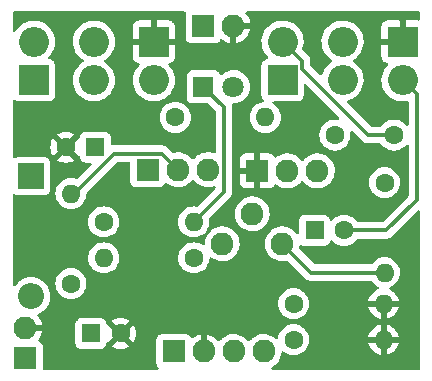
<source format=gbl>
%TF.GenerationSoftware,KiCad,Pcbnew,(5.99.0-7619-gacfbcb4beb)*%
%TF.CreationDate,2020-12-17T10:45:10+02:00*%
%TF.ProjectId,sesenta-y-nueve,73657365-6e74-4612-9d79-2d6e75657665,rev?*%
%TF.SameCoordinates,Original*%
%TF.FileFunction,Copper,L2,Bot*%
%TF.FilePolarity,Positive*%
%FSLAX46Y46*%
G04 Gerber Fmt 4.6, Leading zero omitted, Abs format (unit mm)*
G04 Created by KiCad (PCBNEW (5.99.0-7619-gacfbcb4beb)) date 2020-12-17 10:45:10*
%MOMM*%
%LPD*%
G01*
G04 APERTURE LIST*
%TA.AperFunction,ComponentPad*%
%ADD10R,2.540000X2.540000*%
%TD*%
%TA.AperFunction,ComponentPad*%
%ADD11O,2.540000X2.540000*%
%TD*%
%TA.AperFunction,ComponentPad*%
%ADD12R,1.930400X1.930400*%
%TD*%
%TA.AperFunction,ComponentPad*%
%ADD13O,1.930400X1.930400*%
%TD*%
%TA.AperFunction,ComponentPad*%
%ADD14C,1.600000*%
%TD*%
%TA.AperFunction,ComponentPad*%
%ADD15O,1.600000X1.600000*%
%TD*%
%TA.AperFunction,ComponentPad*%
%ADD16R,2.200000X2.200000*%
%TD*%
%TA.AperFunction,ComponentPad*%
%ADD17O,2.200000X2.200000*%
%TD*%
%TA.AperFunction,ComponentPad*%
%ADD18R,1.600000X1.600000*%
%TD*%
%TA.AperFunction,ComponentPad*%
%ADD19R,1.800000X1.800000*%
%TD*%
%TA.AperFunction,ComponentPad*%
%ADD20C,1.800000*%
%TD*%
%TA.AperFunction,ViaPad*%
%ADD21C,0.800000*%
%TD*%
%TA.AperFunction,Conductor*%
%ADD22C,0.380000*%
%TD*%
G04 APERTURE END LIST*
D10*
%TO.P,RV5,1,1*%
%TO.N,GND*%
X155150000Y-86960000D03*
D11*
%TO.P,RV5,2,2*%
%TO.N,OUT*%
X150070000Y-86960000D03*
%TO.P,RV5,3,3*%
%TO.N,Net-(C4-Pad2)*%
X144990000Y-86960000D03*
%TD*%
D12*
%TO.P,J2,1,Pin_1*%
%TO.N,+9V*%
X123200000Y-113770000D03*
D13*
%TO.P,J2,2,Pin_2*%
%TO.N,GND*%
X123200000Y-111230000D03*
%TD*%
D14*
%TO.P,R4,1*%
%TO.N,LED-*%
X129850000Y-102225000D03*
D15*
%TO.P,R4,2*%
%TO.N,Net-(D2-Pad1)*%
X137470000Y-102225000D03*
%TD*%
D10*
%TO.P,RV2,1,1*%
%TO.N,GND*%
X134100000Y-86960000D03*
D11*
%TO.P,RV2,2,2*%
%TO.N,Net-(C3-Pad1)*%
X129020000Y-86960000D03*
%TO.P,RV2,3,3*%
%TO.N,Net-(Q2-Pad1)*%
X123940000Y-86960000D03*
%TD*%
D12*
%TO.P,J1,1,Pin_1*%
%TO.N,IN*%
X135790000Y-113200000D03*
D13*
%TO.P,J1,2,Pin_2*%
%TO.N,GND*%
X138330000Y-113200000D03*
%TO.P,J1,3,Pin_3*%
%TO.N,LED-*%
X140870000Y-113200000D03*
%TO.P,J1,4,Pin_4*%
%TO.N,OUT*%
X143410000Y-113200000D03*
%TD*%
D10*
%TO.P,RV1,1,1*%
%TO.N,IN*%
X144990000Y-90230000D03*
D11*
%TO.P,RV1,2,2*%
X150070000Y-90230000D03*
%TO.P,RV1,3,3*%
%TO.N,Net-(C1-Pad2)*%
X155150000Y-90230000D03*
%TD*%
D12*
%TO.P,J3,1,Pin_1*%
%TO.N,+9V*%
X138270000Y-85630000D03*
D13*
%TO.P,J3,2,Pin_2*%
%TO.N,GND*%
X140810000Y-85630000D03*
%TD*%
D14*
%TO.P,R7,1*%
%TO.N,OUT*%
X145925000Y-112200000D03*
D15*
%TO.P,R7,2*%
%TO.N,GND*%
X153545000Y-112200000D03*
%TD*%
D16*
%TO.P,D1,1,K*%
%TO.N,VCC*%
X123710000Y-98350000D03*
D17*
%TO.P,D1,2,A*%
%TO.N,+9V*%
X123710000Y-108510000D03*
%TD*%
D14*
%TO.P,R5,1*%
%TO.N,Net-(C4-Pad1)*%
X153625000Y-98900000D03*
D15*
%TO.P,R5,2*%
%TO.N,Net-(R5-Pad2)*%
X153625000Y-106520000D03*
%TD*%
D14*
%TO.P,R2,1*%
%TO.N,Net-(Q1-Pad2)*%
X137475000Y-105275000D03*
D15*
%TO.P,R2,2*%
%TO.N,Net-(Q2-Pad1)*%
X129855000Y-105275000D03*
%TD*%
D18*
%TO.P,C3,1*%
%TO.N,Net-(C3-Pad1)*%
X129150000Y-95900000D03*
D14*
%TO.P,C3,2*%
%TO.N,GND*%
X126650000Y-95900000D03*
%TD*%
D10*
%TO.P,RV4,1,1*%
%TO.N,VCC*%
X123940000Y-90230000D03*
D11*
%TO.P,RV4,2,2*%
X129020000Y-90230000D03*
%TO.P,RV4,3,3*%
%TO.N,Net-(R6-Pad1)*%
X134100000Y-90230000D03*
%TD*%
D13*
%TO.P,RV3,1,1*%
%TO.N,Net-(Q2-Pad3)*%
X139885000Y-104075000D03*
%TO.P,RV3,2,2*%
X142425000Y-101535000D03*
%TO.P,RV3,3,3*%
%TO.N,Net-(R5-Pad2)*%
X144965000Y-104075000D03*
%TD*%
D18*
%TO.P,C1,1*%
%TO.N,Net-(Q1-Pad2)*%
X147700000Y-102950000D03*
D14*
%TO.P,C1,2*%
%TO.N,Net-(C1-Pad2)*%
X150200000Y-102950000D03*
%TD*%
D18*
%TO.P,C2,1*%
%TO.N,VCC*%
X128775000Y-111675000D03*
D14*
%TO.P,C2,2*%
%TO.N,GND*%
X131275000Y-111675000D03*
%TD*%
%TO.P,R1,1*%
%TO.N,IN*%
X145925000Y-109150000D03*
D15*
%TO.P,R1,2*%
%TO.N,GND*%
X153545000Y-109150000D03*
%TD*%
D14*
%TO.P,R3,1*%
%TO.N,VCC*%
X127075000Y-107450000D03*
D15*
%TO.P,R3,2*%
%TO.N,Net-(Q1-Pad3)*%
X127075000Y-99830000D03*
%TD*%
D12*
%TO.P,Q1,1,E*%
%TO.N,GND*%
X142860000Y-97900000D03*
D13*
%TO.P,Q1,2,B*%
%TO.N,Net-(Q1-Pad2)*%
X145400000Y-97900000D03*
%TO.P,Q1,3,C*%
%TO.N,Net-(Q1-Pad3)*%
X147940000Y-97900000D03*
%TD*%
D14*
%TO.P,C4,1*%
%TO.N,Net-(C4-Pad1)*%
X149425000Y-94875000D03*
%TO.P,C4,2*%
%TO.N,Net-(C4-Pad2)*%
X154425000Y-94875000D03*
%TD*%
%TO.P,R6,1*%
%TO.N,Net-(R6-Pad1)*%
X135910000Y-93380000D03*
D15*
%TO.P,R6,2*%
%TO.N,Net-(C4-Pad1)*%
X143530000Y-93380000D03*
%TD*%
D12*
%TO.P,Q2,1,E*%
%TO.N,Net-(Q2-Pad1)*%
X133585000Y-97800000D03*
D13*
%TO.P,Q2,2,B*%
%TO.N,Net-(Q1-Pad3)*%
X136125000Y-97800000D03*
%TO.P,Q2,3,C*%
%TO.N,Net-(Q2-Pad3)*%
X138665000Y-97800000D03*
%TD*%
D19*
%TO.P,D2,1,K*%
%TO.N,Net-(D2-Pad1)*%
X138290000Y-90790000D03*
D20*
%TO.P,D2,2,A*%
%TO.N,+9V*%
X140830000Y-90790000D03*
%TD*%
D21*
%TO.N,GND*%
X155050000Y-114050000D03*
X135375000Y-108625000D03*
%TD*%
D22*
%TO.N,Net-(C1-Pad2)*%
X153750000Y-102950000D02*
X156175000Y-100525000D01*
X156360000Y-91440000D02*
X155150000Y-90230000D01*
X156175000Y-100525000D02*
X156360000Y-100340000D01*
X156360000Y-100340000D02*
X156360000Y-91440000D01*
X150200000Y-102950000D02*
X153750000Y-102950000D01*
%TO.N,Net-(D2-Pad1)*%
X137470000Y-102225000D02*
X140020201Y-99674799D01*
X140020201Y-99674799D02*
X140020201Y-92520201D01*
X140020201Y-92520201D02*
X138290000Y-90790000D01*
%TO.N,Net-(R5-Pad2)*%
X153625000Y-106520000D02*
X147410000Y-106520000D01*
X147410000Y-106520000D02*
X144965000Y-104075000D01*
%TO.N,Net-(C1-Pad2)*%
X150200000Y-102950000D02*
X150375000Y-102775000D01*
%TO.N,Net-(C4-Pad2)*%
X154425000Y-94875000D02*
X152258198Y-94875000D01*
X152258198Y-94875000D02*
X146650001Y-89266803D01*
X146650001Y-89266803D02*
X146650001Y-88620001D01*
X146650001Y-88620001D02*
X144990000Y-86960000D01*
%TO.N,Net-(Q1-Pad3)*%
X133205210Y-96444790D02*
X134769790Y-96444790D01*
X127075000Y-99830000D02*
X127371558Y-99830000D01*
X127371558Y-99830000D02*
X130756768Y-96444790D01*
X130756768Y-96444790D02*
X133205210Y-96444790D01*
X134769790Y-96444790D02*
X136125000Y-97800000D01*
%TD*%
%TA.AperFunction,Conductor*%
%TO.N,GND*%
G36*
X136750931Y-84428002D02*
G01*
X136797424Y-84481658D01*
X136807528Y-84551931D01*
X136791300Y-84664800D01*
X136791300Y-86595200D01*
X136796527Y-86668279D01*
X136807112Y-86704329D01*
X136828533Y-86777281D01*
X136837704Y-86808516D01*
X136860175Y-86843481D01*
X136911851Y-86923891D01*
X136911853Y-86923894D01*
X136916723Y-86931471D01*
X136923533Y-86937372D01*
X137020369Y-87021282D01*
X137020372Y-87021284D01*
X137027181Y-87027184D01*
X137035379Y-87030928D01*
X137143907Y-87080491D01*
X137160130Y-87087900D01*
X137169045Y-87089182D01*
X137169046Y-87089182D01*
X137300352Y-87108061D01*
X137300359Y-87108062D01*
X137304800Y-87108700D01*
X139235200Y-87108700D01*
X139308279Y-87103473D01*
X139399954Y-87076555D01*
X139439870Y-87064835D01*
X139439872Y-87064834D01*
X139448516Y-87062296D01*
X139512335Y-87021282D01*
X139563891Y-86988149D01*
X139563894Y-86988147D01*
X139571471Y-86983277D01*
X139591641Y-86960000D01*
X139661282Y-86879631D01*
X139661284Y-86879628D01*
X139667184Y-86872819D01*
X139670928Y-86864622D01*
X139670930Y-86864618D01*
X139690447Y-86821882D01*
X139736940Y-86768227D01*
X139805061Y-86748225D01*
X139873181Y-86768227D01*
X139885545Y-86777281D01*
X139958159Y-86837566D01*
X139966606Y-86843481D01*
X140166830Y-86960482D01*
X140176117Y-86964932D01*
X140392769Y-87047663D01*
X140402662Y-87050537D01*
X140538248Y-87078122D01*
X140552300Y-87076927D01*
X140556000Y-87066582D01*
X140556000Y-85897548D01*
X141064000Y-85897548D01*
X141064000Y-87064615D01*
X141068064Y-87078457D01*
X141081478Y-87080491D01*
X141112205Y-87076555D01*
X141122288Y-87074412D01*
X141344418Y-87007770D01*
X141353995Y-87004017D01*
X141562264Y-86901987D01*
X141571109Y-86896714D01*
X141759904Y-86762048D01*
X141767779Y-86755392D01*
X141932045Y-86591699D01*
X141938722Y-86583854D01*
X142074047Y-86395528D01*
X142079358Y-86386690D01*
X142182102Y-86178804D01*
X142185900Y-86169211D01*
X142253313Y-85947326D01*
X142255491Y-85937253D01*
X142260138Y-85901960D01*
X142257926Y-85887778D01*
X142244769Y-85884000D01*
X141082115Y-85884000D01*
X141066876Y-85888475D01*
X141065671Y-85889865D01*
X141064000Y-85897548D01*
X140556000Y-85897548D01*
X140556000Y-85502000D01*
X140576002Y-85433879D01*
X140629658Y-85387386D01*
X140682000Y-85376000D01*
X142247078Y-85376000D01*
X142260609Y-85372027D01*
X142261914Y-85362947D01*
X142210596Y-85158638D01*
X142207278Y-85148891D01*
X142114803Y-84936212D01*
X142109936Y-84927137D01*
X141983973Y-84732426D01*
X141977682Y-84724257D01*
X141881723Y-84618800D01*
X141850671Y-84554954D01*
X141859066Y-84484455D01*
X141904242Y-84429687D01*
X141974916Y-84408000D01*
X156516000Y-84408000D01*
X156584121Y-84428002D01*
X156630614Y-84481658D01*
X156642000Y-84534000D01*
X156642000Y-85063506D01*
X156621998Y-85131627D01*
X156568342Y-85178120D01*
X156498069Y-85188224D01*
X156424448Y-85177639D01*
X156415505Y-85177000D01*
X155422115Y-85177000D01*
X155406876Y-85181475D01*
X155405671Y-85182865D01*
X155404000Y-85190548D01*
X155403999Y-86705998D01*
X155404000Y-86706004D01*
X155403999Y-87088000D01*
X155383997Y-87156121D01*
X155330341Y-87202614D01*
X155277999Y-87214000D01*
X153385115Y-87213999D01*
X153369876Y-87218474D01*
X153368671Y-87219864D01*
X153367000Y-87227547D01*
X153367000Y-88227743D01*
X153367161Y-88232250D01*
X153371740Y-88296269D01*
X153374126Y-88309491D01*
X153410819Y-88434458D01*
X153418233Y-88450692D01*
X153487426Y-88558360D01*
X153499112Y-88571847D01*
X153595840Y-88655662D01*
X153610848Y-88665307D01*
X153727275Y-88718477D01*
X153744389Y-88723502D01*
X153840363Y-88737301D01*
X153904944Y-88766794D01*
X153943328Y-88826520D01*
X153943328Y-88897517D01*
X153906333Y-88956022D01*
X153892627Y-88968255D01*
X153882296Y-88977476D01*
X153867057Y-88991077D01*
X153698025Y-89194316D01*
X153560890Y-89420308D01*
X153559081Y-89424622D01*
X153559080Y-89424624D01*
X153483204Y-89605569D01*
X153458665Y-89664087D01*
X153393595Y-89920298D01*
X153393127Y-89924949D01*
X153393126Y-89924953D01*
X153388486Y-89971034D01*
X153367111Y-90183313D01*
X153367335Y-90187979D01*
X153367335Y-90187984D01*
X153369505Y-90233160D01*
X153379794Y-90447354D01*
X153431365Y-90706620D01*
X153520692Y-90955415D01*
X153522908Y-90959539D01*
X153590290Y-91084943D01*
X153645811Y-91188274D01*
X153648606Y-91192017D01*
X153648608Y-91192020D01*
X153801183Y-91396343D01*
X153801188Y-91396349D01*
X153803975Y-91400081D01*
X153807284Y-91403361D01*
X153807289Y-91403367D01*
X153971691Y-91566340D01*
X153991709Y-91586184D01*
X153995471Y-91588942D01*
X153995474Y-91588945D01*
X154201115Y-91739727D01*
X154204889Y-91742494D01*
X154209032Y-91744674D01*
X154209034Y-91744675D01*
X154434681Y-91863394D01*
X154434686Y-91863396D01*
X154438831Y-91865577D01*
X154443254Y-91867122D01*
X154443255Y-91867122D01*
X154639713Y-91935728D01*
X154688396Y-91952729D01*
X154692989Y-91953601D01*
X154943513Y-92001164D01*
X154943516Y-92001164D01*
X154948102Y-92002035D01*
X155080173Y-92007225D01*
X155207575Y-92012231D01*
X155207581Y-92012231D01*
X155212243Y-92012414D01*
X155320658Y-92000540D01*
X155470364Y-91984145D01*
X155470369Y-91984144D01*
X155475017Y-91983635D01*
X155479545Y-91982443D01*
X155503422Y-91976157D01*
X155574390Y-91978157D01*
X155633012Y-92018207D01*
X155660674Y-92083593D01*
X155661501Y-92098005D01*
X155661501Y-93959982D01*
X155641499Y-94028103D01*
X155587843Y-94074596D01*
X155517569Y-94084700D01*
X155452989Y-94055206D01*
X155438382Y-94039012D01*
X155437893Y-94039422D01*
X155434358Y-94035209D01*
X155431199Y-94030698D01*
X155269302Y-93868801D01*
X155264794Y-93865644D01*
X155264791Y-93865642D01*
X155086259Y-93740633D01*
X155086257Y-93740632D01*
X155081750Y-93737476D01*
X155076768Y-93735153D01*
X155076763Y-93735150D01*
X154879225Y-93643037D01*
X154879224Y-93643036D01*
X154874243Y-93640714D01*
X154868935Y-93639292D01*
X154868933Y-93639291D01*
X154658402Y-93582879D01*
X154658400Y-93582879D01*
X154653087Y-93581455D01*
X154425000Y-93561500D01*
X154196913Y-93581455D01*
X154191600Y-93582879D01*
X154191598Y-93582879D01*
X153981067Y-93639291D01*
X153981065Y-93639292D01*
X153975757Y-93640714D01*
X153970776Y-93643036D01*
X153970775Y-93643037D01*
X153773237Y-93735150D01*
X153773232Y-93735153D01*
X153768250Y-93737476D01*
X153763743Y-93740632D01*
X153763741Y-93740633D01*
X153585209Y-93865642D01*
X153585206Y-93865644D01*
X153580698Y-93868801D01*
X153418801Y-94030698D01*
X153380989Y-94084700D01*
X153354332Y-94122770D01*
X153298875Y-94167099D01*
X153251119Y-94176500D01*
X152599717Y-94176500D01*
X152531596Y-94156498D01*
X152510622Y-94139595D01*
X150518170Y-92147143D01*
X150484144Y-92084831D01*
X150489209Y-92014016D01*
X150531756Y-91957180D01*
X150575184Y-91936201D01*
X150620232Y-91924341D01*
X150646128Y-91917523D01*
X150646130Y-91917522D01*
X150650651Y-91916332D01*
X150823271Y-91842169D01*
X150889226Y-91813833D01*
X150889229Y-91813831D01*
X150893529Y-91811984D01*
X150897509Y-91809521D01*
X150897513Y-91809519D01*
X151114342Y-91675341D01*
X151114346Y-91675338D01*
X151118315Y-91672882D01*
X151320072Y-91502082D01*
X151494366Y-91303337D01*
X151506150Y-91285018D01*
X151634842Y-91084943D01*
X151637370Y-91081013D01*
X151745942Y-90839993D01*
X151817696Y-90585573D01*
X151851056Y-90323341D01*
X151853500Y-90230000D01*
X151833910Y-89966382D01*
X151775570Y-89708555D01*
X151773877Y-89704201D01*
X151681454Y-89466536D01*
X151681453Y-89466534D01*
X151679761Y-89462183D01*
X151677380Y-89458016D01*
X151550908Y-89236737D01*
X151548589Y-89232679D01*
X151384934Y-89025085D01*
X151192393Y-88843960D01*
X150986668Y-88701243D01*
X150979325Y-88696149D01*
X150934755Y-88640886D01*
X150927138Y-88570299D01*
X150958892Y-88506800D01*
X150984842Y-88485478D01*
X151114342Y-88405341D01*
X151114346Y-88405338D01*
X151118315Y-88402882D01*
X151320072Y-88232082D01*
X151494366Y-88033337D01*
X151637370Y-87811013D01*
X151745942Y-87569993D01*
X151817696Y-87315573D01*
X151837981Y-87156121D01*
X151850658Y-87056472D01*
X151850658Y-87056466D01*
X151851056Y-87053341D01*
X151851896Y-87021282D01*
X151852763Y-86988149D01*
X151853500Y-86960000D01*
X151847528Y-86879631D01*
X151834256Y-86701034D01*
X151834255Y-86701030D01*
X151833910Y-86696382D01*
X151775570Y-86438555D01*
X151679761Y-86192183D01*
X151666632Y-86169211D01*
X151550908Y-85966737D01*
X151548589Y-85962679D01*
X151384934Y-85755085D01*
X151320526Y-85694495D01*
X153367000Y-85694495D01*
X153367000Y-86687885D01*
X153371475Y-86703124D01*
X153372865Y-86704329D01*
X153380548Y-86706000D01*
X154877885Y-86706001D01*
X154893124Y-86701526D01*
X154894329Y-86700136D01*
X154896000Y-86692453D01*
X154896001Y-85195115D01*
X154891526Y-85179876D01*
X154890136Y-85178671D01*
X154882453Y-85177000D01*
X153882257Y-85177000D01*
X153877750Y-85177161D01*
X153813731Y-85181740D01*
X153800509Y-85184126D01*
X153675542Y-85220819D01*
X153659308Y-85228233D01*
X153551640Y-85297426D01*
X153538153Y-85309112D01*
X153454338Y-85405840D01*
X153444693Y-85420848D01*
X153391523Y-85537275D01*
X153386498Y-85554388D01*
X153367639Y-85685554D01*
X153367000Y-85694495D01*
X151320526Y-85694495D01*
X151192393Y-85573960D01*
X150975195Y-85423284D01*
X150971005Y-85421218D01*
X150971002Y-85421216D01*
X150742299Y-85308433D01*
X150742296Y-85308432D01*
X150738111Y-85306368D01*
X150710177Y-85297426D01*
X150490795Y-85227201D01*
X150490797Y-85227201D01*
X150486350Y-85225778D01*
X150230594Y-85184126D01*
X150230054Y-85184038D01*
X150230053Y-85184038D01*
X150225442Y-85183287D01*
X150093281Y-85181557D01*
X149965797Y-85179888D01*
X149965794Y-85179888D01*
X149961120Y-85179827D01*
X149699189Y-85215474D01*
X149694703Y-85216782D01*
X149694701Y-85216782D01*
X149627008Y-85236513D01*
X149445405Y-85289445D01*
X149205342Y-85400116D01*
X149201437Y-85402676D01*
X149201432Y-85402679D01*
X148988187Y-85542488D01*
X148988182Y-85542492D01*
X148984274Y-85545054D01*
X148980782Y-85548171D01*
X148816840Y-85694495D01*
X148787057Y-85721077D01*
X148618025Y-85924316D01*
X148480890Y-86150308D01*
X148479081Y-86154622D01*
X148479080Y-86154624D01*
X148381767Y-86386690D01*
X148378665Y-86394087D01*
X148313595Y-86650298D01*
X148313127Y-86654949D01*
X148313126Y-86654953D01*
X148308486Y-86701034D01*
X148287111Y-86913313D01*
X148287335Y-86917979D01*
X148287335Y-86917984D01*
X148290706Y-86988149D01*
X148299794Y-87177354D01*
X148351365Y-87436620D01*
X148440692Y-87685415D01*
X148442908Y-87689539D01*
X148510290Y-87814943D01*
X148565811Y-87918274D01*
X148568606Y-87922017D01*
X148568608Y-87922020D01*
X148721183Y-88126343D01*
X148721188Y-88126349D01*
X148723975Y-88130081D01*
X148727284Y-88133361D01*
X148727289Y-88133367D01*
X148896569Y-88301176D01*
X148911709Y-88316184D01*
X148915471Y-88318942D01*
X148915474Y-88318945D01*
X149095909Y-88451245D01*
X149124889Y-88472494D01*
X149147450Y-88484364D01*
X149198421Y-88533783D01*
X149214584Y-88602915D01*
X149190805Y-88669811D01*
X149157868Y-88701241D01*
X148984274Y-88815054D01*
X148903754Y-88886921D01*
X148802296Y-88977476D01*
X148787057Y-88991077D01*
X148618025Y-89194316D01*
X148480890Y-89420308D01*
X148479081Y-89424622D01*
X148479080Y-89424624D01*
X148403204Y-89605569D01*
X148378665Y-89664087D01*
X148377515Y-89668615D01*
X148363626Y-89723302D01*
X148327471Y-89784403D01*
X148264022Y-89816257D01*
X148193423Y-89808752D01*
X148152408Y-89781382D01*
X147385406Y-89014381D01*
X147351381Y-88952068D01*
X147348501Y-88925285D01*
X147348501Y-88646659D01*
X147348793Y-88638090D01*
X147352020Y-88590758D01*
X147352020Y-88590754D01*
X147352536Y-88583182D01*
X147351231Y-88575706D01*
X147351231Y-88575701D01*
X147341718Y-88521192D01*
X147340755Y-88514669D01*
X147334107Y-88459739D01*
X147333194Y-88452193D01*
X147330507Y-88445082D01*
X147329638Y-88441545D01*
X147325835Y-88427645D01*
X147324782Y-88424158D01*
X147323475Y-88416666D01*
X147298183Y-88359049D01*
X147295691Y-88352943D01*
X147276130Y-88301176D01*
X147276128Y-88301172D01*
X147273445Y-88294072D01*
X147269142Y-88287811D01*
X147267461Y-88284596D01*
X147260447Y-88271993D01*
X147258584Y-88268844D01*
X147255532Y-88261890D01*
X147217220Y-88211962D01*
X147213356Y-88206642D01*
X147182006Y-88161027D01*
X147182004Y-88161025D01*
X147177704Y-88154768D01*
X147133553Y-88115431D01*
X147128277Y-88110449D01*
X146700976Y-87683148D01*
X146666950Y-87620836D01*
X146668802Y-87559851D01*
X146736426Y-87320077D01*
X146736427Y-87320074D01*
X146737696Y-87315573D01*
X146757981Y-87156121D01*
X146770658Y-87056472D01*
X146770658Y-87056466D01*
X146771056Y-87053341D01*
X146771896Y-87021282D01*
X146772763Y-86988149D01*
X146773500Y-86960000D01*
X146767528Y-86879631D01*
X146754256Y-86701034D01*
X146754255Y-86701030D01*
X146753910Y-86696382D01*
X146695570Y-86438555D01*
X146599761Y-86192183D01*
X146586632Y-86169211D01*
X146470908Y-85966737D01*
X146468589Y-85962679D01*
X146304934Y-85755085D01*
X146112393Y-85573960D01*
X145895195Y-85423284D01*
X145891005Y-85421218D01*
X145891002Y-85421216D01*
X145662299Y-85308433D01*
X145662296Y-85308432D01*
X145658111Y-85306368D01*
X145630177Y-85297426D01*
X145410795Y-85227201D01*
X145410797Y-85227201D01*
X145406350Y-85225778D01*
X145150594Y-85184126D01*
X145150054Y-85184038D01*
X145150053Y-85184038D01*
X145145442Y-85183287D01*
X145013281Y-85181557D01*
X144885797Y-85179888D01*
X144885794Y-85179888D01*
X144881120Y-85179827D01*
X144619189Y-85215474D01*
X144614703Y-85216782D01*
X144614701Y-85216782D01*
X144547008Y-85236513D01*
X144365405Y-85289445D01*
X144125342Y-85400116D01*
X144121437Y-85402676D01*
X144121432Y-85402679D01*
X143908187Y-85542488D01*
X143908182Y-85542492D01*
X143904274Y-85545054D01*
X143900782Y-85548171D01*
X143736840Y-85694495D01*
X143707057Y-85721077D01*
X143538025Y-85924316D01*
X143400890Y-86150308D01*
X143399081Y-86154622D01*
X143399080Y-86154624D01*
X143301767Y-86386690D01*
X143298665Y-86394087D01*
X143233595Y-86650298D01*
X143233127Y-86654949D01*
X143233126Y-86654953D01*
X143228486Y-86701034D01*
X143207111Y-86913313D01*
X143207335Y-86917979D01*
X143207335Y-86917984D01*
X143210706Y-86988149D01*
X143219794Y-87177354D01*
X143271365Y-87436620D01*
X143360692Y-87685415D01*
X143362908Y-87689539D01*
X143430290Y-87814943D01*
X143485811Y-87918274D01*
X143488606Y-87922017D01*
X143488608Y-87922020D01*
X143641183Y-88126343D01*
X143641188Y-88126349D01*
X143643975Y-88130081D01*
X143647290Y-88133367D01*
X143749726Y-88234914D01*
X143784023Y-88297077D01*
X143779266Y-88367914D01*
X143736968Y-88424935D01*
X143670008Y-88450076D01*
X143646921Y-88451727D01*
X143581140Y-88471042D01*
X143515330Y-88490365D01*
X143515328Y-88490366D01*
X143506684Y-88492904D01*
X143499105Y-88497775D01*
X143391309Y-88567051D01*
X143391306Y-88567053D01*
X143383729Y-88571923D01*
X143377828Y-88578733D01*
X143293918Y-88675569D01*
X143293916Y-88675572D01*
X143288016Y-88682381D01*
X143284272Y-88690579D01*
X143283730Y-88691767D01*
X143227300Y-88815330D01*
X143226018Y-88824245D01*
X143226018Y-88824246D01*
X143207139Y-88955552D01*
X143207138Y-88955559D01*
X143206500Y-88960000D01*
X143206500Y-91500000D01*
X143211727Y-91573079D01*
X143213631Y-91579562D01*
X143249134Y-91700475D01*
X143252904Y-91713316D01*
X143271656Y-91742494D01*
X143327051Y-91828691D01*
X143327053Y-91828694D01*
X143331923Y-91836271D01*
X143363225Y-91863394D01*
X143367174Y-91866816D01*
X143405557Y-91926543D01*
X143405556Y-91997540D01*
X143367171Y-92057265D01*
X143306734Y-92086033D01*
X143301913Y-92086455D01*
X143296605Y-92087877D01*
X143296601Y-92087878D01*
X143086067Y-92144291D01*
X143086065Y-92144292D01*
X143080757Y-92145714D01*
X143075776Y-92148036D01*
X143075775Y-92148037D01*
X142878237Y-92240150D01*
X142878232Y-92240153D01*
X142873250Y-92242476D01*
X142868743Y-92245632D01*
X142868741Y-92245633D01*
X142690209Y-92370642D01*
X142690206Y-92370644D01*
X142685698Y-92373801D01*
X142523801Y-92535698D01*
X142392476Y-92723250D01*
X142390153Y-92728232D01*
X142390150Y-92728237D01*
X142327906Y-92861720D01*
X142295714Y-92930757D01*
X142236455Y-93151913D01*
X142216500Y-93380000D01*
X142236455Y-93608087D01*
X142295714Y-93829243D01*
X142298036Y-93834224D01*
X142298037Y-93834225D01*
X142390150Y-94031763D01*
X142390153Y-94031768D01*
X142392476Y-94036750D01*
X142395632Y-94041257D01*
X142395633Y-94041259D01*
X142490330Y-94176500D01*
X142523801Y-94224302D01*
X142685698Y-94386199D01*
X142690206Y-94389356D01*
X142690209Y-94389358D01*
X142749776Y-94431067D01*
X142873250Y-94517524D01*
X142878232Y-94519847D01*
X142878237Y-94519850D01*
X143023269Y-94587479D01*
X143080757Y-94614286D01*
X143086065Y-94615708D01*
X143086067Y-94615709D01*
X143296598Y-94672121D01*
X143296600Y-94672121D01*
X143301913Y-94673545D01*
X143530000Y-94693500D01*
X143758087Y-94673545D01*
X143763400Y-94672121D01*
X143763402Y-94672121D01*
X143973933Y-94615709D01*
X143973935Y-94615708D01*
X143979243Y-94614286D01*
X144036731Y-94587479D01*
X144181763Y-94519850D01*
X144181768Y-94519847D01*
X144186750Y-94517524D01*
X144310224Y-94431067D01*
X144369791Y-94389358D01*
X144369794Y-94389356D01*
X144374302Y-94386199D01*
X144536199Y-94224302D01*
X144569671Y-94176500D01*
X144664367Y-94041259D01*
X144664368Y-94041257D01*
X144667524Y-94036750D01*
X144669847Y-94031768D01*
X144669850Y-94031763D01*
X144761963Y-93834225D01*
X144761964Y-93834224D01*
X144764286Y-93829243D01*
X144823545Y-93608087D01*
X144843500Y-93380000D01*
X144823545Y-93151913D01*
X144764286Y-92930757D01*
X144732094Y-92861720D01*
X144669850Y-92728237D01*
X144669847Y-92728232D01*
X144667524Y-92723250D01*
X144536199Y-92535698D01*
X144374302Y-92373801D01*
X144369792Y-92370643D01*
X144369786Y-92370638D01*
X144187089Y-92242713D01*
X144142760Y-92187256D01*
X144135451Y-92116637D01*
X144167481Y-92053276D01*
X144228683Y-92017291D01*
X144259359Y-92013500D01*
X146260000Y-92013500D01*
X146333079Y-92008273D01*
X146421049Y-91982443D01*
X146464670Y-91969635D01*
X146464672Y-91969634D01*
X146473316Y-91967096D01*
X146527951Y-91931984D01*
X146588691Y-91892949D01*
X146588694Y-91892947D01*
X146596271Y-91888077D01*
X146615025Y-91866434D01*
X146686082Y-91784431D01*
X146686084Y-91784428D01*
X146691984Y-91777619D01*
X146752700Y-91644670D01*
X146763962Y-91566340D01*
X146772861Y-91504448D01*
X146772862Y-91504441D01*
X146773500Y-91500000D01*
X146773500Y-90682319D01*
X146793502Y-90614198D01*
X146847158Y-90567705D01*
X146917432Y-90557601D01*
X146982012Y-90587095D01*
X146988593Y-90593222D01*
X149764146Y-93368777D01*
X149798171Y-93431087D01*
X149793106Y-93501903D01*
X149750559Y-93558738D01*
X149684039Y-93583549D01*
X149655382Y-93582070D01*
X149653087Y-93581455D01*
X149647622Y-93580977D01*
X149647617Y-93580976D01*
X149430475Y-93561979D01*
X149425000Y-93561500D01*
X149196913Y-93581455D01*
X149191600Y-93582879D01*
X149191598Y-93582879D01*
X148981067Y-93639291D01*
X148981065Y-93639292D01*
X148975757Y-93640714D01*
X148970776Y-93643036D01*
X148970775Y-93643037D01*
X148773237Y-93735150D01*
X148773232Y-93735153D01*
X148768250Y-93737476D01*
X148763743Y-93740632D01*
X148763741Y-93740633D01*
X148585209Y-93865642D01*
X148585206Y-93865644D01*
X148580698Y-93868801D01*
X148418801Y-94030698D01*
X148415644Y-94035206D01*
X148415642Y-94035209D01*
X148290633Y-94213741D01*
X148287476Y-94218250D01*
X148285153Y-94223232D01*
X148285150Y-94223237D01*
X148210977Y-94382302D01*
X148190714Y-94425757D01*
X148189292Y-94431065D01*
X148189291Y-94431067D01*
X148132879Y-94641598D01*
X148131455Y-94646913D01*
X148111500Y-94875000D01*
X148131455Y-95103087D01*
X148132879Y-95108400D01*
X148132879Y-95108402D01*
X148154150Y-95187784D01*
X148190714Y-95324243D01*
X148193036Y-95329224D01*
X148193037Y-95329225D01*
X148285150Y-95526763D01*
X148285153Y-95526768D01*
X148287476Y-95531750D01*
X148290632Y-95536257D01*
X148290633Y-95536259D01*
X148415642Y-95714790D01*
X148418801Y-95719302D01*
X148580698Y-95881199D01*
X148585206Y-95884356D01*
X148585209Y-95884358D01*
X148763741Y-96009367D01*
X148768250Y-96012524D01*
X148773232Y-96014847D01*
X148773237Y-96014850D01*
X148970775Y-96106963D01*
X148975757Y-96109286D01*
X148981065Y-96110708D01*
X148981067Y-96110709D01*
X149191598Y-96167121D01*
X149191600Y-96167121D01*
X149196913Y-96168545D01*
X149425000Y-96188500D01*
X149653087Y-96168545D01*
X149658400Y-96167121D01*
X149658402Y-96167121D01*
X149868933Y-96110709D01*
X149868935Y-96110708D01*
X149874243Y-96109286D01*
X149879225Y-96106963D01*
X150076763Y-96014850D01*
X150076768Y-96014847D01*
X150081750Y-96012524D01*
X150086259Y-96009367D01*
X150264791Y-95884358D01*
X150264794Y-95884356D01*
X150269302Y-95881199D01*
X150431199Y-95719302D01*
X150434359Y-95714790D01*
X150559367Y-95536259D01*
X150559368Y-95536257D01*
X150562524Y-95531750D01*
X150564847Y-95526768D01*
X150564850Y-95526763D01*
X150656963Y-95329225D01*
X150656964Y-95329224D01*
X150659286Y-95324243D01*
X150695851Y-95187784D01*
X150717121Y-95108402D01*
X150717121Y-95108400D01*
X150718545Y-95103087D01*
X150738500Y-94875000D01*
X150718545Y-94646913D01*
X150718185Y-94645568D01*
X150725914Y-94576271D01*
X150770681Y-94521167D01*
X150838133Y-94499014D01*
X150906854Y-94516845D01*
X150931225Y-94535856D01*
X151745421Y-95350052D01*
X151751275Y-95356317D01*
X151787465Y-95397802D01*
X151838962Y-95433995D01*
X151844234Y-95437911D01*
X151887783Y-95472059D01*
X151887791Y-95472064D01*
X151893765Y-95476748D01*
X151900686Y-95479873D01*
X151903796Y-95481756D01*
X151916346Y-95488914D01*
X151919543Y-95490628D01*
X151925759Y-95494997D01*
X151984397Y-95517859D01*
X151990477Y-95520415D01*
X152040902Y-95543183D01*
X152040905Y-95543184D01*
X152047822Y-95546307D01*
X152055286Y-95547690D01*
X152058740Y-95548773D01*
X152072673Y-95552742D01*
X152076171Y-95553640D01*
X152083245Y-95556398D01*
X152090773Y-95557389D01*
X152090777Y-95557390D01*
X152122172Y-95561523D01*
X152145648Y-95564613D01*
X152152140Y-95565641D01*
X152214024Y-95577111D01*
X152221604Y-95576674D01*
X152221605Y-95576674D01*
X152273026Y-95573709D01*
X152280279Y-95573500D01*
X153251119Y-95573500D01*
X153319240Y-95593502D01*
X153354332Y-95627230D01*
X153418801Y-95719302D01*
X153580698Y-95881199D01*
X153585206Y-95884356D01*
X153585209Y-95884358D01*
X153763741Y-96009367D01*
X153768250Y-96012524D01*
X153773232Y-96014847D01*
X153773237Y-96014850D01*
X153970775Y-96106963D01*
X153975757Y-96109286D01*
X153981065Y-96110708D01*
X153981067Y-96110709D01*
X154191598Y-96167121D01*
X154191600Y-96167121D01*
X154196913Y-96168545D01*
X154425000Y-96188500D01*
X154653087Y-96168545D01*
X154658400Y-96167121D01*
X154658402Y-96167121D01*
X154868933Y-96110709D01*
X154868935Y-96110708D01*
X154874243Y-96109286D01*
X154879225Y-96106963D01*
X155076763Y-96014850D01*
X155076768Y-96014847D01*
X155081750Y-96012524D01*
X155086259Y-96009367D01*
X155264791Y-95884358D01*
X155264794Y-95884356D01*
X155269302Y-95881199D01*
X155431199Y-95719302D01*
X155434358Y-95714790D01*
X155437893Y-95710578D01*
X155439532Y-95711954D01*
X155487754Y-95673415D01*
X155558374Y-95666111D01*
X155621732Y-95698147D01*
X155657712Y-95759351D01*
X155661501Y-95790017D01*
X155661500Y-97896646D01*
X155661500Y-99998482D01*
X155641498Y-100066603D01*
X155624595Y-100087577D01*
X153497578Y-102214595D01*
X153435266Y-102248620D01*
X153408483Y-102251500D01*
X151373881Y-102251500D01*
X151305760Y-102231498D01*
X151270668Y-102197770D01*
X151270077Y-102196926D01*
X151206199Y-102105698D01*
X151044302Y-101943801D01*
X151039794Y-101940644D01*
X151039791Y-101940642D01*
X150861259Y-101815633D01*
X150861257Y-101815632D01*
X150856750Y-101812476D01*
X150851768Y-101810153D01*
X150851763Y-101810150D01*
X150654225Y-101718037D01*
X150654224Y-101718036D01*
X150649243Y-101715714D01*
X150643935Y-101714292D01*
X150643933Y-101714291D01*
X150433402Y-101657879D01*
X150433400Y-101657879D01*
X150428087Y-101656455D01*
X150200000Y-101636500D01*
X149971913Y-101656455D01*
X149966600Y-101657879D01*
X149966598Y-101657879D01*
X149756067Y-101714291D01*
X149756065Y-101714292D01*
X149750757Y-101715714D01*
X149745776Y-101718036D01*
X149745775Y-101718037D01*
X149548237Y-101810150D01*
X149548232Y-101810153D01*
X149543250Y-101812476D01*
X149538743Y-101815632D01*
X149538741Y-101815633D01*
X149360209Y-101940642D01*
X149360206Y-101940644D01*
X149355698Y-101943801D01*
X149207078Y-102092421D01*
X149144766Y-102126447D01*
X149073951Y-102121382D01*
X149017115Y-102078835D01*
X148997087Y-102038824D01*
X148969635Y-101945330D01*
X148969634Y-101945328D01*
X148967096Y-101936684D01*
X148912954Y-101852438D01*
X148892949Y-101821309D01*
X148892947Y-101821306D01*
X148888077Y-101813729D01*
X148881267Y-101807828D01*
X148784431Y-101723918D01*
X148784428Y-101723916D01*
X148777619Y-101718016D01*
X148644670Y-101657300D01*
X148635755Y-101656018D01*
X148635754Y-101656018D01*
X148504448Y-101637139D01*
X148504441Y-101637138D01*
X148500000Y-101636500D01*
X146900000Y-101636500D01*
X146826921Y-101641727D01*
X146776762Y-101656455D01*
X146695330Y-101680365D01*
X146695328Y-101680366D01*
X146686684Y-101682904D01*
X146679105Y-101687775D01*
X146571309Y-101757051D01*
X146571306Y-101757053D01*
X146563729Y-101761923D01*
X146557828Y-101768733D01*
X146473918Y-101865569D01*
X146473916Y-101865572D01*
X146468016Y-101872381D01*
X146464272Y-101880579D01*
X146411591Y-101995935D01*
X146407300Y-102005330D01*
X146406018Y-102014245D01*
X146406018Y-102014246D01*
X146387139Y-102145552D01*
X146387138Y-102145559D01*
X146386500Y-102150000D01*
X146386500Y-103132392D01*
X146366498Y-103200513D01*
X146312842Y-103247006D01*
X146242568Y-103257110D01*
X146177988Y-103227616D01*
X146154708Y-103200832D01*
X146139369Y-103177121D01*
X146139366Y-103177118D01*
X146136559Y-103172778D01*
X146107359Y-103140687D01*
X145976949Y-102997369D01*
X145976947Y-102997368D01*
X145973471Y-102993547D01*
X145969420Y-102990348D01*
X145969416Y-102990344D01*
X145787355Y-102846561D01*
X145787351Y-102846559D01*
X145783300Y-102843359D01*
X145571153Y-102726248D01*
X145566284Y-102724524D01*
X145566280Y-102724522D01*
X145347603Y-102647084D01*
X145347599Y-102647083D01*
X145342728Y-102645358D01*
X145337638Y-102644451D01*
X145337633Y-102644450D01*
X145207999Y-102621360D01*
X145104158Y-102602863D01*
X145013181Y-102601751D01*
X144867021Y-102599965D01*
X144867019Y-102599965D01*
X144861851Y-102599902D01*
X144622314Y-102636556D01*
X144391981Y-102711841D01*
X144387393Y-102714229D01*
X144387389Y-102714231D01*
X144181625Y-102821345D01*
X144177036Y-102823734D01*
X144172903Y-102826837D01*
X144172900Y-102826839D01*
X144000851Y-102956017D01*
X143983252Y-102969231D01*
X143815834Y-103144424D01*
X143679278Y-103344608D01*
X143641810Y-103425326D01*
X143581371Y-103555531D01*
X143577250Y-103564408D01*
X143512492Y-103797919D01*
X143511943Y-103803056D01*
X143487944Y-104027619D01*
X143486741Y-104038872D01*
X143487038Y-104044024D01*
X143487038Y-104044028D01*
X143492069Y-104131267D01*
X143500691Y-104280795D01*
X143501826Y-104285832D01*
X143501827Y-104285838D01*
X143534473Y-104430698D01*
X143553965Y-104517192D01*
X143555909Y-104521979D01*
X143555910Y-104521983D01*
X143643189Y-104736926D01*
X143645133Y-104741713D01*
X143771748Y-104948329D01*
X143930408Y-105131491D01*
X144116853Y-105286280D01*
X144326075Y-105408540D01*
X144552456Y-105494986D01*
X144557522Y-105496017D01*
X144557523Y-105496017D01*
X144784837Y-105542265D01*
X144784841Y-105542265D01*
X144789916Y-105543298D01*
X144795092Y-105543488D01*
X144795094Y-105543488D01*
X145026914Y-105551989D01*
X145026918Y-105551989D01*
X145032078Y-105552178D01*
X145037198Y-105551522D01*
X145037200Y-105551522D01*
X145112405Y-105541888D01*
X145272439Y-105521387D01*
X145277393Y-105519901D01*
X145277401Y-105519899D01*
X145316598Y-105508139D01*
X145387593Y-105507721D01*
X145441901Y-105539729D01*
X146897216Y-106995044D01*
X146903070Y-107001309D01*
X146939267Y-107042802D01*
X146990765Y-107078995D01*
X146996033Y-107082908D01*
X147045567Y-107121748D01*
X147052494Y-107124875D01*
X147055606Y-107126760D01*
X147068148Y-107133914D01*
X147071345Y-107135628D01*
X147077561Y-107139997D01*
X147136204Y-107162861D01*
X147142283Y-107165416D01*
X147199625Y-107191307D01*
X147207098Y-107192692D01*
X147210573Y-107193781D01*
X147224481Y-107197743D01*
X147227971Y-107198639D01*
X147235047Y-107201398D01*
X147242576Y-107202389D01*
X147242579Y-107202390D01*
X147282115Y-107207595D01*
X147297457Y-107209615D01*
X147303954Y-107210644D01*
X147365826Y-107222111D01*
X147373406Y-107221674D01*
X147373407Y-107221674D01*
X147424828Y-107218709D01*
X147432081Y-107218500D01*
X152451119Y-107218500D01*
X152519240Y-107238502D01*
X152554332Y-107272230D01*
X152618801Y-107364302D01*
X152780698Y-107526199D01*
X152785206Y-107529356D01*
X152785209Y-107529358D01*
X152963741Y-107654367D01*
X152968250Y-107657524D01*
X152973232Y-107659847D01*
X152973237Y-107659850D01*
X153064546Y-107702428D01*
X153117831Y-107749346D01*
X153137292Y-107817623D01*
X153116750Y-107885583D01*
X153064546Y-107930818D01*
X152893487Y-108010583D01*
X152883991Y-108016066D01*
X152705531Y-108141025D01*
X152697123Y-108148081D01*
X152543081Y-108302123D01*
X152536025Y-108310531D01*
X152411066Y-108488991D01*
X152405583Y-108498487D01*
X152313509Y-108695943D01*
X152309761Y-108706239D01*
X152263602Y-108878503D01*
X152263938Y-108892599D01*
X152271880Y-108896000D01*
X154812971Y-108896000D01*
X154826502Y-108892027D01*
X154827731Y-108883478D01*
X154780239Y-108706239D01*
X154776491Y-108695943D01*
X154684417Y-108498487D01*
X154678934Y-108488991D01*
X154553975Y-108310531D01*
X154546919Y-108302123D01*
X154392877Y-108148081D01*
X154384469Y-108141025D01*
X154206009Y-108016066D01*
X154196513Y-108010583D01*
X154105454Y-107968122D01*
X154052169Y-107921205D01*
X154032708Y-107852927D01*
X154053250Y-107784967D01*
X154105454Y-107739732D01*
X154276763Y-107659850D01*
X154276768Y-107659847D01*
X154281750Y-107657524D01*
X154286259Y-107654367D01*
X154464791Y-107529358D01*
X154464794Y-107529356D01*
X154469302Y-107526199D01*
X154631199Y-107364302D01*
X154634359Y-107359790D01*
X154759367Y-107181259D01*
X154759368Y-107181257D01*
X154762524Y-107176750D01*
X154764847Y-107171768D01*
X154764850Y-107171763D01*
X154856963Y-106974225D01*
X154856964Y-106974224D01*
X154859286Y-106969243D01*
X154918545Y-106748087D01*
X154938500Y-106520000D01*
X154918545Y-106291913D01*
X154898750Y-106218037D01*
X154860709Y-106076067D01*
X154860708Y-106076065D01*
X154859286Y-106070757D01*
X154792141Y-105926763D01*
X154764850Y-105868237D01*
X154764847Y-105868232D01*
X154762524Y-105863250D01*
X154759367Y-105858741D01*
X154634358Y-105680209D01*
X154634356Y-105680206D01*
X154631199Y-105675698D01*
X154469302Y-105513801D01*
X154464794Y-105510644D01*
X154464791Y-105510642D01*
X154286259Y-105385633D01*
X154286257Y-105385632D01*
X154281750Y-105382476D01*
X154276768Y-105380153D01*
X154276763Y-105380150D01*
X154079225Y-105288037D01*
X154079224Y-105288036D01*
X154074243Y-105285714D01*
X154068935Y-105284292D01*
X154068933Y-105284291D01*
X153858402Y-105227879D01*
X153858400Y-105227879D01*
X153853087Y-105226455D01*
X153625000Y-105206500D01*
X153396913Y-105226455D01*
X153391600Y-105227879D01*
X153391598Y-105227879D01*
X153181067Y-105284291D01*
X153181065Y-105284292D01*
X153175757Y-105285714D01*
X153170776Y-105288036D01*
X153170775Y-105288037D01*
X152973237Y-105380150D01*
X152973232Y-105380153D01*
X152968250Y-105382476D01*
X152963743Y-105385632D01*
X152963741Y-105385633D01*
X152785209Y-105510642D01*
X152785206Y-105510644D01*
X152780698Y-105513801D01*
X152618801Y-105675698D01*
X152615642Y-105680210D01*
X152554332Y-105767770D01*
X152498875Y-105812099D01*
X152451119Y-105821500D01*
X147751519Y-105821500D01*
X147683398Y-105801498D01*
X147662424Y-105784595D01*
X146429946Y-104552118D01*
X146395921Y-104489806D01*
X146398483Y-104426397D01*
X146410305Y-104387486D01*
X146426049Y-104267897D01*
X146454771Y-104202971D01*
X146514037Y-104163879D01*
X146585028Y-104163034D01*
X146617201Y-104177495D01*
X146622381Y-104181984D01*
X146755330Y-104242700D01*
X146764245Y-104243982D01*
X146764246Y-104243982D01*
X146895552Y-104262861D01*
X146895559Y-104262862D01*
X146900000Y-104263500D01*
X148500000Y-104263500D01*
X148573079Y-104258273D01*
X148651165Y-104235345D01*
X148704670Y-104219635D01*
X148704672Y-104219634D01*
X148713316Y-104217096D01*
X148767984Y-104181963D01*
X148828691Y-104142949D01*
X148828694Y-104142947D01*
X148836271Y-104138077D01*
X148842172Y-104131267D01*
X148926082Y-104034431D01*
X148926084Y-104034428D01*
X148931984Y-104027619D01*
X148952416Y-103982879D01*
X148988958Y-103902864D01*
X148988958Y-103902863D01*
X148992700Y-103894670D01*
X148994773Y-103880252D01*
X149024266Y-103815670D01*
X149083992Y-103777286D01*
X149154988Y-103777286D01*
X149208586Y-103809087D01*
X149355698Y-103956199D01*
X149360206Y-103959356D01*
X149360209Y-103959358D01*
X149538741Y-104084367D01*
X149543250Y-104087524D01*
X149548232Y-104089847D01*
X149548237Y-104089850D01*
X149706994Y-104163879D01*
X149750757Y-104184286D01*
X149756065Y-104185708D01*
X149756067Y-104185709D01*
X149966598Y-104242121D01*
X149966600Y-104242121D01*
X149971913Y-104243545D01*
X150200000Y-104263500D01*
X150428087Y-104243545D01*
X150433400Y-104242121D01*
X150433402Y-104242121D01*
X150643933Y-104185709D01*
X150643935Y-104185708D01*
X150649243Y-104184286D01*
X150693006Y-104163879D01*
X150851763Y-104089850D01*
X150851768Y-104089847D01*
X150856750Y-104087524D01*
X150861259Y-104084367D01*
X151039791Y-103959358D01*
X151039794Y-103959356D01*
X151044302Y-103956199D01*
X151206199Y-103794302D01*
X151270668Y-103702230D01*
X151326125Y-103657901D01*
X151373881Y-103648500D01*
X153723341Y-103648500D01*
X153731910Y-103648792D01*
X153779242Y-103652019D01*
X153779246Y-103652019D01*
X153786818Y-103652535D01*
X153848823Y-103641713D01*
X153855313Y-103640756D01*
X153917808Y-103633193D01*
X153924915Y-103630507D01*
X153928409Y-103629649D01*
X153942368Y-103625830D01*
X153945850Y-103624779D01*
X153953334Y-103623473D01*
X153960284Y-103620422D01*
X153960291Y-103620420D01*
X154010940Y-103598186D01*
X154017049Y-103595693D01*
X154068825Y-103576129D01*
X154068829Y-103576127D01*
X154075929Y-103573444D01*
X154082186Y-103569144D01*
X154085378Y-103567475D01*
X154098010Y-103560444D01*
X154101153Y-103558585D01*
X154108110Y-103555531D01*
X154158029Y-103517226D01*
X154163349Y-103513362D01*
X154208974Y-103482005D01*
X154208976Y-103482004D01*
X154215233Y-103477703D01*
X154254578Y-103433543D01*
X154259560Y-103428267D01*
X156426905Y-101260923D01*
X156489217Y-101226897D01*
X156560033Y-101231962D01*
X156616868Y-101274509D01*
X156641679Y-101341029D01*
X156642000Y-101350018D01*
X156642000Y-114616000D01*
X156621998Y-114684121D01*
X156568342Y-114730614D01*
X156516000Y-114742000D01*
X144155833Y-114742000D01*
X144087712Y-114721998D01*
X144041219Y-114668342D01*
X144031115Y-114598068D01*
X144060609Y-114533488D01*
X144100401Y-114502849D01*
X144162510Y-114472422D01*
X144162519Y-114472417D01*
X144167158Y-114470144D01*
X144284990Y-114386095D01*
X144360226Y-114332430D01*
X144360231Y-114332426D01*
X144364438Y-114329425D01*
X144536087Y-114158375D01*
X144539342Y-114153846D01*
X144674475Y-113965787D01*
X144677493Y-113961587D01*
X144682306Y-113951850D01*
X144782566Y-113748987D01*
X144784860Y-113744346D01*
X144815897Y-113642192D01*
X144853801Y-113517438D01*
X144853802Y-113517432D01*
X144855305Y-113512486D01*
X144884147Y-113293414D01*
X144912868Y-113228488D01*
X144972133Y-113189396D01*
X145043125Y-113188551D01*
X145081338Y-113206648D01*
X145263736Y-113334364D01*
X145263742Y-113334367D01*
X145268250Y-113337524D01*
X145273232Y-113339847D01*
X145273237Y-113339850D01*
X145469763Y-113431491D01*
X145475757Y-113434286D01*
X145481065Y-113435708D01*
X145481067Y-113435709D01*
X145691598Y-113492121D01*
X145691600Y-113492121D01*
X145696913Y-113493545D01*
X145925000Y-113513500D01*
X146153087Y-113493545D01*
X146158400Y-113492121D01*
X146158402Y-113492121D01*
X146368933Y-113435709D01*
X146368935Y-113435708D01*
X146374243Y-113434286D01*
X146380237Y-113431491D01*
X146576763Y-113339850D01*
X146576768Y-113339847D01*
X146581750Y-113337524D01*
X146595352Y-113328000D01*
X146764791Y-113209358D01*
X146764794Y-113209356D01*
X146769302Y-113206199D01*
X146931199Y-113044302D01*
X146970720Y-112987861D01*
X147059367Y-112861259D01*
X147059368Y-112861257D01*
X147062524Y-112856750D01*
X147064847Y-112851768D01*
X147064850Y-112851763D01*
X147156963Y-112654225D01*
X147156964Y-112654224D01*
X147159286Y-112649243D01*
X147176794Y-112583905D01*
X147208246Y-112466522D01*
X152262269Y-112466522D01*
X152309761Y-112643761D01*
X152313509Y-112654057D01*
X152405583Y-112851513D01*
X152411066Y-112861009D01*
X152536025Y-113039469D01*
X152543081Y-113047877D01*
X152697123Y-113201919D01*
X152705531Y-113208975D01*
X152883991Y-113333934D01*
X152893487Y-113339417D01*
X153090943Y-113431491D01*
X153101239Y-113435239D01*
X153273503Y-113481398D01*
X153287599Y-113481062D01*
X153291000Y-113473120D01*
X153291000Y-112472115D01*
X153289659Y-112467548D01*
X153799000Y-112467548D01*
X153799000Y-113467971D01*
X153802973Y-113481502D01*
X153811522Y-113482731D01*
X153988761Y-113435239D01*
X153999057Y-113431491D01*
X154196513Y-113339417D01*
X154206009Y-113333934D01*
X154384469Y-113208975D01*
X154392877Y-113201919D01*
X154546919Y-113047877D01*
X154553975Y-113039469D01*
X154678934Y-112861009D01*
X154684417Y-112851513D01*
X154776491Y-112654057D01*
X154780239Y-112643761D01*
X154826398Y-112471497D01*
X154826062Y-112457401D01*
X154818120Y-112454000D01*
X153817115Y-112454000D01*
X153801876Y-112458475D01*
X153800671Y-112459865D01*
X153799000Y-112467548D01*
X153289659Y-112467548D01*
X153286525Y-112456876D01*
X153285135Y-112455671D01*
X153277452Y-112454000D01*
X152277029Y-112454000D01*
X152263498Y-112457973D01*
X152262269Y-112466522D01*
X147208246Y-112466522D01*
X147217121Y-112433402D01*
X147217121Y-112433400D01*
X147218545Y-112428087D01*
X147238500Y-112200000D01*
X147218545Y-111971913D01*
X147214598Y-111957181D01*
X147206914Y-111928503D01*
X152263602Y-111928503D01*
X152263938Y-111942599D01*
X152271880Y-111946000D01*
X153272885Y-111946000D01*
X153288124Y-111941525D01*
X153289329Y-111940135D01*
X153291000Y-111932452D01*
X153291000Y-110932029D01*
X153289489Y-110926880D01*
X153799000Y-110926880D01*
X153799000Y-111927885D01*
X153803475Y-111943124D01*
X153804865Y-111944329D01*
X153812548Y-111946000D01*
X154812971Y-111946000D01*
X154826502Y-111942027D01*
X154827731Y-111933478D01*
X154780239Y-111756239D01*
X154776491Y-111745943D01*
X154684417Y-111548487D01*
X154678934Y-111538991D01*
X154553975Y-111360531D01*
X154546919Y-111352123D01*
X154392877Y-111198081D01*
X154384469Y-111191025D01*
X154206009Y-111066066D01*
X154196513Y-111060583D01*
X153999057Y-110968509D01*
X153988761Y-110964761D01*
X153816497Y-110918602D01*
X153802401Y-110918938D01*
X153799000Y-110926880D01*
X153289489Y-110926880D01*
X153287027Y-110918498D01*
X153278478Y-110917269D01*
X153101239Y-110964761D01*
X153090943Y-110968509D01*
X152893487Y-111060583D01*
X152883991Y-111066066D01*
X152705531Y-111191025D01*
X152697123Y-111198081D01*
X152543081Y-111352123D01*
X152536025Y-111360531D01*
X152411066Y-111538991D01*
X152405583Y-111548487D01*
X152313509Y-111745943D01*
X152309761Y-111756239D01*
X152263602Y-111928503D01*
X147206914Y-111928503D01*
X147160709Y-111756067D01*
X147160708Y-111756065D01*
X147159286Y-111750757D01*
X147155249Y-111742100D01*
X147064850Y-111548237D01*
X147064847Y-111548232D01*
X147062524Y-111543250D01*
X147007031Y-111463997D01*
X146934358Y-111360209D01*
X146934356Y-111360206D01*
X146931199Y-111355698D01*
X146769302Y-111193801D01*
X146764794Y-111190644D01*
X146764791Y-111190642D01*
X146586259Y-111065633D01*
X146586257Y-111065632D01*
X146581750Y-111062476D01*
X146576768Y-111060153D01*
X146576763Y-111060150D01*
X146379225Y-110968037D01*
X146379224Y-110968036D01*
X146374243Y-110965714D01*
X146368935Y-110964292D01*
X146368933Y-110964291D01*
X146158402Y-110907879D01*
X146158400Y-110907879D01*
X146153087Y-110906455D01*
X145925000Y-110886500D01*
X145696913Y-110906455D01*
X145691600Y-110907879D01*
X145691598Y-110907879D01*
X145481067Y-110964291D01*
X145481065Y-110964292D01*
X145475757Y-110965714D01*
X145470776Y-110968036D01*
X145470775Y-110968037D01*
X145273237Y-111060150D01*
X145273232Y-111060153D01*
X145268250Y-111062476D01*
X145263743Y-111065632D01*
X145263741Y-111065633D01*
X145085209Y-111190642D01*
X145085206Y-111190644D01*
X145080698Y-111193801D01*
X144918801Y-111355698D01*
X144915644Y-111360206D01*
X144915642Y-111360209D01*
X144842969Y-111463997D01*
X144787476Y-111543250D01*
X144785153Y-111548232D01*
X144785150Y-111548237D01*
X144694751Y-111742100D01*
X144690714Y-111750757D01*
X144689292Y-111756065D01*
X144689291Y-111756067D01*
X144635402Y-111957181D01*
X144631455Y-111971913D01*
X144630976Y-111977393D01*
X144630974Y-111977405D01*
X144625996Y-112034296D01*
X144600133Y-112100414D01*
X144542630Y-112142054D01*
X144471742Y-112145994D01*
X144419019Y-112117853D01*
X144418471Y-112118547D01*
X144414618Y-112115504D01*
X144395511Y-112100414D01*
X144232355Y-111971561D01*
X144232351Y-111971559D01*
X144228300Y-111968359D01*
X144180600Y-111942027D01*
X144115534Y-111906109D01*
X144016153Y-111851248D01*
X144011284Y-111849524D01*
X144011280Y-111849522D01*
X143792603Y-111772084D01*
X143792599Y-111772083D01*
X143787728Y-111770358D01*
X143782638Y-111769451D01*
X143782633Y-111769450D01*
X143649717Y-111745775D01*
X143549158Y-111727863D01*
X143458181Y-111726751D01*
X143312021Y-111724965D01*
X143312019Y-111724965D01*
X143306851Y-111724902D01*
X143067314Y-111761556D01*
X142836981Y-111836841D01*
X142832393Y-111839229D01*
X142832389Y-111839231D01*
X142630498Y-111944329D01*
X142622036Y-111948734D01*
X142617903Y-111951837D01*
X142617900Y-111951839D01*
X142449474Y-112078297D01*
X142428252Y-112094231D01*
X142408081Y-112115339D01*
X142292820Y-112235953D01*
X142260834Y-112269424D01*
X142245237Y-112292289D01*
X142190325Y-112337291D01*
X142119800Y-112345462D01*
X142056053Y-112314207D01*
X142042969Y-112299958D01*
X142041559Y-112297778D01*
X141988344Y-112239296D01*
X141881949Y-112122369D01*
X141881947Y-112122368D01*
X141878471Y-112118547D01*
X141874420Y-112115348D01*
X141874416Y-112115344D01*
X141692355Y-111971561D01*
X141692351Y-111971559D01*
X141688300Y-111968359D01*
X141640600Y-111942027D01*
X141575534Y-111906109D01*
X141476153Y-111851248D01*
X141471284Y-111849524D01*
X141471280Y-111849522D01*
X141252603Y-111772084D01*
X141252599Y-111772083D01*
X141247728Y-111770358D01*
X141242638Y-111769451D01*
X141242633Y-111769450D01*
X141109717Y-111745775D01*
X141009158Y-111727863D01*
X140918181Y-111726751D01*
X140772021Y-111724965D01*
X140772019Y-111724965D01*
X140766851Y-111724902D01*
X140527314Y-111761556D01*
X140296981Y-111836841D01*
X140292393Y-111839229D01*
X140292389Y-111839231D01*
X140090498Y-111944329D01*
X140082036Y-111948734D01*
X140077903Y-111951837D01*
X140077900Y-111951839D01*
X139909474Y-112078297D01*
X139888252Y-112094231D01*
X139868081Y-112115339D01*
X139752820Y-112235953D01*
X139720834Y-112269424D01*
X139704940Y-112292723D01*
X139650032Y-112337725D01*
X139579507Y-112345898D01*
X139515759Y-112314644D01*
X139501027Y-112298600D01*
X139497686Y-112294262D01*
X139341608Y-112122735D01*
X139334075Y-112115710D01*
X139152081Y-111971981D01*
X139143494Y-111966276D01*
X138940482Y-111854207D01*
X138931070Y-111849977D01*
X138712469Y-111772566D01*
X138702512Y-111769936D01*
X138601836Y-111752002D01*
X138588541Y-111753461D01*
X138584000Y-111768019D01*
X138584000Y-113328000D01*
X138563998Y-113396121D01*
X138510342Y-113442614D01*
X138458000Y-113454000D01*
X138202000Y-113454000D01*
X138133879Y-113433998D01*
X138087386Y-113380342D01*
X138076000Y-113328000D01*
X138076000Y-111766605D01*
X138072082Y-111753261D01*
X138057806Y-111751274D01*
X137992542Y-111761261D01*
X137982515Y-111763650D01*
X137762092Y-111835695D01*
X137752582Y-111839692D01*
X137546891Y-111946768D01*
X137538166Y-111952262D01*
X137403476Y-112053391D01*
X137336991Y-112078297D01*
X137267596Y-112063305D01*
X137221826Y-112020753D01*
X137143277Y-111898529D01*
X137092127Y-111854207D01*
X137039631Y-111808718D01*
X137039628Y-111808716D01*
X137032819Y-111802816D01*
X136959235Y-111769211D01*
X136908064Y-111745842D01*
X136908063Y-111745842D01*
X136899870Y-111742100D01*
X136890955Y-111740818D01*
X136890954Y-111740818D01*
X136759648Y-111721939D01*
X136759641Y-111721938D01*
X136755200Y-111721300D01*
X134824800Y-111721300D01*
X134751721Y-111726527D01*
X134698684Y-111742100D01*
X134620130Y-111765165D01*
X134620128Y-111765166D01*
X134611484Y-111767704D01*
X134603905Y-111772575D01*
X134496109Y-111841851D01*
X134496106Y-111841853D01*
X134488529Y-111846723D01*
X134482628Y-111853533D01*
X134398718Y-111950369D01*
X134398716Y-111950372D01*
X134392816Y-111957181D01*
X134389072Y-111965379D01*
X134388852Y-111965862D01*
X134332100Y-112090130D01*
X134330818Y-112099045D01*
X134330818Y-112099046D01*
X134311939Y-112230352D01*
X134311938Y-112230359D01*
X134311300Y-112234800D01*
X134311300Y-114165200D01*
X134316527Y-114238279D01*
X134322843Y-114259789D01*
X134348533Y-114347281D01*
X134357704Y-114378516D01*
X134376642Y-114407984D01*
X134431851Y-114493891D01*
X134431853Y-114493894D01*
X134436723Y-114501471D01*
X134443533Y-114507372D01*
X134459002Y-114520776D01*
X134497385Y-114580502D01*
X134497385Y-114651499D01*
X134459001Y-114711225D01*
X134394420Y-114740718D01*
X134376489Y-114742000D01*
X124804700Y-114742000D01*
X124736579Y-114721998D01*
X124690086Y-114668342D01*
X124678700Y-114616000D01*
X124678700Y-112804800D01*
X124673473Y-112731721D01*
X124632296Y-112591484D01*
X124600070Y-112541340D01*
X124558149Y-112476109D01*
X124558147Y-112476106D01*
X124553277Y-112468529D01*
X124536510Y-112454000D01*
X124449631Y-112378718D01*
X124449628Y-112378716D01*
X124442819Y-112372816D01*
X124394099Y-112350566D01*
X124340444Y-112304074D01*
X124320442Y-112235953D01*
X124344119Y-112162427D01*
X124464047Y-111995529D01*
X124469358Y-111986690D01*
X124572102Y-111778804D01*
X124575900Y-111769211D01*
X124643313Y-111547326D01*
X124645491Y-111537253D01*
X124650138Y-111501960D01*
X124647926Y-111487778D01*
X124634769Y-111484000D01*
X123072000Y-111483999D01*
X123003879Y-111463997D01*
X122957386Y-111410341D01*
X122946000Y-111357999D01*
X122946001Y-111102000D01*
X122966003Y-111033879D01*
X123019659Y-110987386D01*
X123072001Y-110976000D01*
X124637078Y-110976001D01*
X124650609Y-110972028D01*
X124651914Y-110962948D01*
X124629824Y-110875000D01*
X127461500Y-110875000D01*
X127461500Y-112475000D01*
X127466727Y-112548079D01*
X127485130Y-112610754D01*
X127494822Y-112643761D01*
X127507904Y-112688316D01*
X127512775Y-112695895D01*
X127582051Y-112803691D01*
X127582053Y-112803694D01*
X127586923Y-112811271D01*
X127593733Y-112817172D01*
X127690569Y-112901082D01*
X127690572Y-112901084D01*
X127697381Y-112906984D01*
X127705579Y-112910728D01*
X127732274Y-112922919D01*
X127830330Y-112967700D01*
X127839245Y-112968982D01*
X127839246Y-112968982D01*
X127970552Y-112987861D01*
X127970559Y-112987862D01*
X127975000Y-112988500D01*
X129575000Y-112988500D01*
X129648079Y-112983273D01*
X129726165Y-112960345D01*
X129779670Y-112944635D01*
X129779672Y-112944634D01*
X129788316Y-112942096D01*
X129852135Y-112901082D01*
X129903691Y-112867949D01*
X129903694Y-112867947D01*
X129911271Y-112863077D01*
X129951048Y-112817172D01*
X129999666Y-112761064D01*
X130553490Y-112761064D01*
X130562784Y-112773078D01*
X130613992Y-112808934D01*
X130623487Y-112814417D01*
X130820943Y-112906491D01*
X130831239Y-112910239D01*
X131041690Y-112966630D01*
X131052477Y-112968532D01*
X131269525Y-112987521D01*
X131280475Y-112987521D01*
X131497523Y-112968532D01*
X131508310Y-112966630D01*
X131718761Y-112910239D01*
X131729057Y-112906491D01*
X131926513Y-112814417D01*
X131936008Y-112808934D01*
X131988050Y-112772494D01*
X131996426Y-112762015D01*
X131989359Y-112748570D01*
X131287811Y-112047021D01*
X131273868Y-112039408D01*
X131272034Y-112039539D01*
X131265420Y-112043790D01*
X130559917Y-112749294D01*
X130553490Y-112761064D01*
X129999666Y-112761064D01*
X130001082Y-112759431D01*
X130001084Y-112759428D01*
X130006984Y-112752619D01*
X130051996Y-112654057D01*
X130063958Y-112627864D01*
X130063958Y-112627863D01*
X130067700Y-112619670D01*
X130071753Y-112591484D01*
X130083666Y-112508622D01*
X130113159Y-112444041D01*
X130153602Y-112418050D01*
X130152139Y-112415267D01*
X130201430Y-112389359D01*
X130902979Y-111687811D01*
X130909355Y-111676132D01*
X131639408Y-111676132D01*
X131639539Y-111677966D01*
X131643790Y-111684580D01*
X132349294Y-112390083D01*
X132361064Y-112396510D01*
X132373078Y-112387216D01*
X132408934Y-112336008D01*
X132414417Y-112326513D01*
X132506491Y-112129057D01*
X132510239Y-112118761D01*
X132566630Y-111908310D01*
X132568532Y-111897523D01*
X132587521Y-111680475D01*
X132587521Y-111669525D01*
X132568532Y-111452477D01*
X132566630Y-111441690D01*
X132510239Y-111231239D01*
X132506491Y-111220943D01*
X132414417Y-111023487D01*
X132408934Y-111013992D01*
X132372494Y-110961950D01*
X132362015Y-110953574D01*
X132348570Y-110960641D01*
X131647021Y-111662189D01*
X131639408Y-111676132D01*
X130909355Y-111676132D01*
X130910592Y-111673868D01*
X130910461Y-111672034D01*
X130906210Y-111665420D01*
X130200706Y-110959917D01*
X130157379Y-110936259D01*
X130150818Y-110934832D01*
X130100610Y-110884636D01*
X130085512Y-110833227D01*
X130083755Y-110808659D01*
X130083755Y-110808658D01*
X130083273Y-110801921D01*
X130042096Y-110661684D01*
X129996393Y-110590569D01*
X129994733Y-110587985D01*
X130553574Y-110587985D01*
X130560641Y-110601430D01*
X131262189Y-111302979D01*
X131276132Y-111310592D01*
X131277966Y-111310461D01*
X131284580Y-111306210D01*
X131990083Y-110600706D01*
X131996510Y-110588936D01*
X131987216Y-110576922D01*
X131936008Y-110541066D01*
X131926513Y-110535583D01*
X131729057Y-110443509D01*
X131718761Y-110439761D01*
X131508310Y-110383370D01*
X131497523Y-110381468D01*
X131280475Y-110362479D01*
X131269525Y-110362479D01*
X131052477Y-110381468D01*
X131041690Y-110383370D01*
X130831239Y-110439761D01*
X130820943Y-110443509D01*
X130623487Y-110535583D01*
X130613992Y-110541066D01*
X130561950Y-110577506D01*
X130553574Y-110587985D01*
X129994733Y-110587985D01*
X129967949Y-110546309D01*
X129967947Y-110546306D01*
X129963077Y-110538729D01*
X129949699Y-110527137D01*
X129859431Y-110448918D01*
X129859428Y-110448916D01*
X129852619Y-110443016D01*
X129827179Y-110431398D01*
X129727864Y-110386042D01*
X129727863Y-110386042D01*
X129719670Y-110382300D01*
X129710755Y-110381018D01*
X129710754Y-110381018D01*
X129579448Y-110362139D01*
X129579441Y-110362138D01*
X129575000Y-110361500D01*
X127975000Y-110361500D01*
X127901921Y-110366727D01*
X127837274Y-110385709D01*
X127770330Y-110405365D01*
X127770328Y-110405366D01*
X127761684Y-110407904D01*
X127754105Y-110412775D01*
X127646309Y-110482051D01*
X127646306Y-110482053D01*
X127638729Y-110486923D01*
X127632828Y-110493733D01*
X127548918Y-110590569D01*
X127548916Y-110590572D01*
X127543016Y-110597381D01*
X127482300Y-110730330D01*
X127481018Y-110739245D01*
X127481018Y-110739246D01*
X127462139Y-110870552D01*
X127462138Y-110870559D01*
X127461500Y-110875000D01*
X124629824Y-110875000D01*
X124600596Y-110758638D01*
X124597278Y-110748891D01*
X124504803Y-110536212D01*
X124499936Y-110527137D01*
X124373973Y-110332426D01*
X124367682Y-110324257D01*
X124259935Y-110205846D01*
X124228883Y-110142000D01*
X124237277Y-110071502D01*
X124282454Y-110016733D01*
X124304909Y-110004637D01*
X124437944Y-109949532D01*
X124442514Y-109947639D01*
X124658392Y-109815349D01*
X124662152Y-109812138D01*
X124662157Y-109812134D01*
X124847155Y-109654130D01*
X124850917Y-109650917D01*
X124899733Y-109593761D01*
X125012134Y-109462157D01*
X125012138Y-109462152D01*
X125015349Y-109458392D01*
X125147639Y-109242514D01*
X125185960Y-109150000D01*
X144611500Y-109150000D01*
X144631455Y-109378087D01*
X144632879Y-109383400D01*
X144632879Y-109383402D01*
X144653982Y-109462157D01*
X144690714Y-109599243D01*
X144693036Y-109604224D01*
X144693037Y-109604225D01*
X144785150Y-109801763D01*
X144785153Y-109801768D01*
X144787476Y-109806750D01*
X144790632Y-109811257D01*
X144790633Y-109811259D01*
X144910371Y-109982262D01*
X144918801Y-109994302D01*
X145080698Y-110156199D01*
X145085206Y-110159356D01*
X145085209Y-110159358D01*
X145151601Y-110205846D01*
X145268250Y-110287524D01*
X145273232Y-110289847D01*
X145273237Y-110289850D01*
X145469763Y-110381491D01*
X145475757Y-110384286D01*
X145481065Y-110385708D01*
X145481067Y-110385709D01*
X145691598Y-110442121D01*
X145691600Y-110442121D01*
X145696913Y-110443545D01*
X145925000Y-110463500D01*
X146153087Y-110443545D01*
X146158400Y-110442121D01*
X146158402Y-110442121D01*
X146368933Y-110385709D01*
X146368935Y-110385708D01*
X146374243Y-110384286D01*
X146380237Y-110381491D01*
X146576763Y-110289850D01*
X146576768Y-110289847D01*
X146581750Y-110287524D01*
X146698399Y-110205846D01*
X146764791Y-110159358D01*
X146764794Y-110159356D01*
X146769302Y-110156199D01*
X146931199Y-109994302D01*
X146939630Y-109982262D01*
X147059367Y-109811259D01*
X147059368Y-109811257D01*
X147062524Y-109806750D01*
X147064847Y-109801768D01*
X147064850Y-109801763D01*
X147156963Y-109604225D01*
X147156964Y-109604224D01*
X147159286Y-109599243D01*
X147196019Y-109462157D01*
X147208246Y-109416522D01*
X152262269Y-109416522D01*
X152309761Y-109593761D01*
X152313509Y-109604057D01*
X152405583Y-109801513D01*
X152411066Y-109811009D01*
X152536025Y-109989469D01*
X152543081Y-109997877D01*
X152697123Y-110151919D01*
X152705531Y-110158975D01*
X152883991Y-110283934D01*
X152893487Y-110289417D01*
X153090943Y-110381491D01*
X153101239Y-110385239D01*
X153273503Y-110431398D01*
X153287599Y-110431062D01*
X153291000Y-110423120D01*
X153291000Y-109422115D01*
X153289659Y-109417548D01*
X153799000Y-109417548D01*
X153799000Y-110417971D01*
X153802973Y-110431502D01*
X153811522Y-110432731D01*
X153988761Y-110385239D01*
X153999057Y-110381491D01*
X154196513Y-110289417D01*
X154206009Y-110283934D01*
X154384469Y-110158975D01*
X154392877Y-110151919D01*
X154546919Y-109997877D01*
X154553975Y-109989469D01*
X154678934Y-109811009D01*
X154684417Y-109801513D01*
X154776491Y-109604057D01*
X154780239Y-109593761D01*
X154826398Y-109421497D01*
X154826062Y-109407401D01*
X154818120Y-109404000D01*
X153817115Y-109404000D01*
X153801876Y-109408475D01*
X153800671Y-109409865D01*
X153799000Y-109417548D01*
X153289659Y-109417548D01*
X153286525Y-109406876D01*
X153285135Y-109405671D01*
X153277452Y-109404000D01*
X152277029Y-109404000D01*
X152263498Y-109407973D01*
X152262269Y-109416522D01*
X147208246Y-109416522D01*
X147217121Y-109383402D01*
X147217121Y-109383400D01*
X147218545Y-109378087D01*
X147238500Y-109150000D01*
X147218545Y-108921913D01*
X147174483Y-108757473D01*
X147160709Y-108706067D01*
X147160708Y-108706065D01*
X147159286Y-108700757D01*
X147152269Y-108685709D01*
X147064850Y-108498237D01*
X147064847Y-108498232D01*
X147062524Y-108493250D01*
X146931199Y-108305698D01*
X146769302Y-108143801D01*
X146764794Y-108140644D01*
X146764791Y-108140642D01*
X146586259Y-108015633D01*
X146586257Y-108015632D01*
X146581750Y-108012476D01*
X146576768Y-108010153D01*
X146576763Y-108010150D01*
X146379225Y-107918037D01*
X146379224Y-107918036D01*
X146374243Y-107915714D01*
X146368935Y-107914292D01*
X146368933Y-107914291D01*
X146158402Y-107857879D01*
X146158400Y-107857879D01*
X146153087Y-107856455D01*
X145925000Y-107836500D01*
X145696913Y-107856455D01*
X145691600Y-107857879D01*
X145691598Y-107857879D01*
X145481067Y-107914291D01*
X145481065Y-107914292D01*
X145475757Y-107915714D01*
X145470776Y-107918036D01*
X145470775Y-107918037D01*
X145273237Y-108010150D01*
X145273232Y-108010153D01*
X145268250Y-108012476D01*
X145263743Y-108015632D01*
X145263741Y-108015633D01*
X145085209Y-108140642D01*
X145085206Y-108140644D01*
X145080698Y-108143801D01*
X144918801Y-108305698D01*
X144787476Y-108493250D01*
X144785153Y-108498232D01*
X144785150Y-108498237D01*
X144697731Y-108685709D01*
X144690714Y-108700757D01*
X144689292Y-108706065D01*
X144689291Y-108706067D01*
X144675517Y-108757473D01*
X144631455Y-108921913D01*
X144611500Y-109150000D01*
X125185960Y-109150000D01*
X125188228Y-109144525D01*
X125242636Y-109013172D01*
X125242637Y-109013170D01*
X125244530Y-109008599D01*
X125266617Y-108916598D01*
X125302480Y-108767220D01*
X125302481Y-108767214D01*
X125303635Y-108762407D01*
X125323500Y-108510000D01*
X125303635Y-108257593D01*
X125244530Y-108011401D01*
X125226603Y-107968122D01*
X125149534Y-107782060D01*
X125149532Y-107782056D01*
X125147639Y-107777486D01*
X125015349Y-107561608D01*
X125012138Y-107557848D01*
X125012134Y-107557843D01*
X124920027Y-107450000D01*
X125761500Y-107450000D01*
X125781455Y-107678087D01*
X125782879Y-107683400D01*
X125782879Y-107683402D01*
X125829121Y-107855976D01*
X125840714Y-107899243D01*
X125843036Y-107904224D01*
X125843037Y-107904225D01*
X125935150Y-108101763D01*
X125935153Y-108101768D01*
X125937476Y-108106750D01*
X125940632Y-108111257D01*
X125940633Y-108111259D01*
X125961476Y-108141025D01*
X126068801Y-108294302D01*
X126230698Y-108456199D01*
X126235206Y-108459356D01*
X126235209Y-108459358D01*
X126413741Y-108584367D01*
X126418250Y-108587524D01*
X126423232Y-108589847D01*
X126423237Y-108589850D01*
X126620775Y-108681963D01*
X126625757Y-108684286D01*
X126631065Y-108685708D01*
X126631067Y-108685709D01*
X126841598Y-108742121D01*
X126841600Y-108742121D01*
X126846913Y-108743545D01*
X127075000Y-108763500D01*
X127303087Y-108743545D01*
X127308400Y-108742121D01*
X127308402Y-108742121D01*
X127518933Y-108685709D01*
X127518935Y-108685708D01*
X127524243Y-108684286D01*
X127529225Y-108681963D01*
X127726763Y-108589850D01*
X127726768Y-108589847D01*
X127731750Y-108587524D01*
X127736259Y-108584367D01*
X127914791Y-108459358D01*
X127914794Y-108459356D01*
X127919302Y-108456199D01*
X128081199Y-108294302D01*
X128188525Y-108141025D01*
X128209367Y-108111259D01*
X128209368Y-108111257D01*
X128212524Y-108106750D01*
X128214847Y-108101768D01*
X128214850Y-108101763D01*
X128306963Y-107904225D01*
X128306964Y-107904224D01*
X128309286Y-107899243D01*
X128320880Y-107855976D01*
X128367121Y-107683402D01*
X128367121Y-107683400D01*
X128368545Y-107678087D01*
X128388500Y-107450000D01*
X128368545Y-107221913D01*
X128365365Y-107210044D01*
X128310709Y-107006067D01*
X128310708Y-107006065D01*
X128309286Y-107000757D01*
X128298378Y-106977364D01*
X128214850Y-106798237D01*
X128214847Y-106798232D01*
X128212524Y-106793250D01*
X128180901Y-106748087D01*
X128084358Y-106610209D01*
X128084356Y-106610206D01*
X128081199Y-106605698D01*
X127919302Y-106443801D01*
X127914794Y-106440644D01*
X127914791Y-106440642D01*
X127736259Y-106315633D01*
X127736257Y-106315632D01*
X127731750Y-106312476D01*
X127726768Y-106310153D01*
X127726763Y-106310150D01*
X127529225Y-106218037D01*
X127529224Y-106218036D01*
X127524243Y-106215714D01*
X127518935Y-106214292D01*
X127518933Y-106214291D01*
X127308402Y-106157879D01*
X127308400Y-106157879D01*
X127303087Y-106156455D01*
X127075000Y-106136500D01*
X126846913Y-106156455D01*
X126841600Y-106157879D01*
X126841598Y-106157879D01*
X126631067Y-106214291D01*
X126631065Y-106214292D01*
X126625757Y-106215714D01*
X126620776Y-106218036D01*
X126620775Y-106218037D01*
X126423237Y-106310150D01*
X126423232Y-106310153D01*
X126418250Y-106312476D01*
X126413743Y-106315632D01*
X126413741Y-106315633D01*
X126235209Y-106440642D01*
X126235206Y-106440644D01*
X126230698Y-106443801D01*
X126068801Y-106605698D01*
X126065644Y-106610206D01*
X126065642Y-106610209D01*
X125969099Y-106748087D01*
X125937476Y-106793250D01*
X125935153Y-106798232D01*
X125935150Y-106798237D01*
X125851622Y-106977364D01*
X125840714Y-107000757D01*
X125839292Y-107006065D01*
X125839291Y-107006067D01*
X125784635Y-107210044D01*
X125781455Y-107221913D01*
X125761500Y-107450000D01*
X124920027Y-107450000D01*
X124854130Y-107372845D01*
X124850917Y-107369083D01*
X124737517Y-107272230D01*
X124662157Y-107207866D01*
X124662152Y-107207862D01*
X124658392Y-107204651D01*
X124442514Y-107072361D01*
X124437944Y-107070468D01*
X124437940Y-107070466D01*
X124213172Y-106977364D01*
X124213170Y-106977363D01*
X124208599Y-106975470D01*
X124123894Y-106955134D01*
X123967220Y-106917520D01*
X123967214Y-106917519D01*
X123962407Y-106916365D01*
X123710000Y-106896500D01*
X123457593Y-106916365D01*
X123452786Y-106917519D01*
X123452780Y-106917520D01*
X123296106Y-106955134D01*
X123211401Y-106975470D01*
X123206830Y-106977363D01*
X123206828Y-106977364D01*
X122982060Y-107070466D01*
X122982056Y-107070468D01*
X122977486Y-107072361D01*
X122761608Y-107204651D01*
X122757848Y-107207862D01*
X122757843Y-107207866D01*
X122682483Y-107272230D01*
X122569083Y-107369083D01*
X122565870Y-107372845D01*
X122407866Y-107557843D01*
X122407862Y-107557848D01*
X122404651Y-107561608D01*
X122402067Y-107565825D01*
X122366433Y-107623974D01*
X122313785Y-107671605D01*
X122243744Y-107683212D01*
X122178546Y-107655109D01*
X122138892Y-107596218D01*
X122133000Y-107558139D01*
X122133000Y-105275000D01*
X128541500Y-105275000D01*
X128561455Y-105503087D01*
X128562879Y-105508400D01*
X128562879Y-105508402D01*
X128606663Y-105671803D01*
X128620714Y-105724243D01*
X128623036Y-105729224D01*
X128623037Y-105729225D01*
X128715150Y-105926763D01*
X128715153Y-105926768D01*
X128717476Y-105931750D01*
X128720632Y-105936257D01*
X128720633Y-105936259D01*
X128818528Y-106076067D01*
X128848801Y-106119302D01*
X129010698Y-106281199D01*
X129015206Y-106284356D01*
X129015209Y-106284358D01*
X129193741Y-106409367D01*
X129198250Y-106412524D01*
X129203232Y-106414847D01*
X129203237Y-106414850D01*
X129400775Y-106506963D01*
X129405757Y-106509286D01*
X129411065Y-106510708D01*
X129411067Y-106510709D01*
X129621598Y-106567121D01*
X129621600Y-106567121D01*
X129626913Y-106568545D01*
X129855000Y-106588500D01*
X130083087Y-106568545D01*
X130088400Y-106567121D01*
X130088402Y-106567121D01*
X130298933Y-106510709D01*
X130298935Y-106510708D01*
X130304243Y-106509286D01*
X130309225Y-106506963D01*
X130506763Y-106414850D01*
X130506768Y-106414847D01*
X130511750Y-106412524D01*
X130516259Y-106409367D01*
X130694791Y-106284358D01*
X130694794Y-106284356D01*
X130699302Y-106281199D01*
X130861199Y-106119302D01*
X130891473Y-106076067D01*
X130989367Y-105936259D01*
X130989368Y-105936257D01*
X130992524Y-105931750D01*
X130994847Y-105926768D01*
X130994850Y-105926763D01*
X131086963Y-105729225D01*
X131086964Y-105729224D01*
X131089286Y-105724243D01*
X131103338Y-105671803D01*
X131147121Y-105508402D01*
X131147121Y-105508400D01*
X131148545Y-105503087D01*
X131168500Y-105275000D01*
X136161500Y-105275000D01*
X136181455Y-105503087D01*
X136182879Y-105508400D01*
X136182879Y-105508402D01*
X136226663Y-105671803D01*
X136240714Y-105724243D01*
X136243036Y-105729224D01*
X136243037Y-105729225D01*
X136335150Y-105926763D01*
X136335153Y-105926768D01*
X136337476Y-105931750D01*
X136340632Y-105936257D01*
X136340633Y-105936259D01*
X136438528Y-106076067D01*
X136468801Y-106119302D01*
X136630698Y-106281199D01*
X136635206Y-106284356D01*
X136635209Y-106284358D01*
X136813741Y-106409367D01*
X136818250Y-106412524D01*
X136823232Y-106414847D01*
X136823237Y-106414850D01*
X137020775Y-106506963D01*
X137025757Y-106509286D01*
X137031065Y-106510708D01*
X137031067Y-106510709D01*
X137241598Y-106567121D01*
X137241600Y-106567121D01*
X137246913Y-106568545D01*
X137475000Y-106588500D01*
X137703087Y-106568545D01*
X137708400Y-106567121D01*
X137708402Y-106567121D01*
X137918933Y-106510709D01*
X137918935Y-106510708D01*
X137924243Y-106509286D01*
X137929225Y-106506963D01*
X138126763Y-106414850D01*
X138126768Y-106414847D01*
X138131750Y-106412524D01*
X138136259Y-106409367D01*
X138314791Y-106284358D01*
X138314794Y-106284356D01*
X138319302Y-106281199D01*
X138481199Y-106119302D01*
X138511473Y-106076067D01*
X138609367Y-105936259D01*
X138609368Y-105936257D01*
X138612524Y-105931750D01*
X138614847Y-105926768D01*
X138614850Y-105926763D01*
X138706963Y-105729225D01*
X138706964Y-105729224D01*
X138709286Y-105724243D01*
X138723338Y-105671803D01*
X138767121Y-105508402D01*
X138767121Y-105508400D01*
X138768545Y-105503087D01*
X138783436Y-105332882D01*
X138809300Y-105266764D01*
X138866803Y-105225125D01*
X138937690Y-105221184D01*
X138989441Y-105246919D01*
X139032876Y-105282979D01*
X139032882Y-105282983D01*
X139036853Y-105286280D01*
X139246075Y-105408540D01*
X139472456Y-105494986D01*
X139477522Y-105496017D01*
X139477523Y-105496017D01*
X139704837Y-105542265D01*
X139704841Y-105542265D01*
X139709916Y-105543298D01*
X139715092Y-105543488D01*
X139715094Y-105543488D01*
X139946914Y-105551989D01*
X139946918Y-105551989D01*
X139952078Y-105552178D01*
X139957198Y-105551522D01*
X139957200Y-105551522D01*
X140187311Y-105522044D01*
X140187312Y-105522044D01*
X140192439Y-105521387D01*
X140217725Y-105513801D01*
X140419590Y-105453238D01*
X140424543Y-105451752D01*
X140429182Y-105449479D01*
X140429188Y-105449477D01*
X140637520Y-105347416D01*
X140642158Y-105345144D01*
X140724682Y-105286280D01*
X140835226Y-105207430D01*
X140835231Y-105207426D01*
X140839438Y-105204425D01*
X141011087Y-105033375D01*
X141152493Y-104836587D01*
X141259860Y-104619346D01*
X141280286Y-104552118D01*
X141328801Y-104392438D01*
X141328803Y-104392430D01*
X141330305Y-104387486D01*
X141352403Y-104219635D01*
X141361498Y-104150555D01*
X141361498Y-104150551D01*
X141361935Y-104147234D01*
X141362159Y-104138077D01*
X141363618Y-104078365D01*
X141363618Y-104078361D01*
X141363700Y-104075000D01*
X141343844Y-103833490D01*
X141291091Y-103623473D01*
X141286069Y-103603478D01*
X141286069Y-103603477D01*
X141284810Y-103598466D01*
X141223283Y-103456963D01*
X141190243Y-103380976D01*
X141190241Y-103380973D01*
X141188183Y-103376239D01*
X141056559Y-103172778D01*
X141027359Y-103140687D01*
X140896949Y-102997369D01*
X140896947Y-102997368D01*
X140893471Y-102993547D01*
X140889420Y-102990348D01*
X140889416Y-102990344D01*
X140707355Y-102846561D01*
X140707351Y-102846559D01*
X140703300Y-102843359D01*
X140491153Y-102726248D01*
X140486284Y-102724524D01*
X140486280Y-102724522D01*
X140267603Y-102647084D01*
X140267599Y-102647083D01*
X140262728Y-102645358D01*
X140257638Y-102644451D01*
X140257633Y-102644450D01*
X140127999Y-102621360D01*
X140024158Y-102602863D01*
X139933181Y-102601751D01*
X139787021Y-102599965D01*
X139787019Y-102599965D01*
X139781851Y-102599902D01*
X139542314Y-102636556D01*
X139311981Y-102711841D01*
X139307393Y-102714229D01*
X139307389Y-102714231D01*
X139101625Y-102821345D01*
X139097036Y-102823734D01*
X139092903Y-102826837D01*
X139092900Y-102826839D01*
X138920851Y-102956017D01*
X138903252Y-102969231D01*
X138735834Y-103144424D01*
X138599278Y-103344608D01*
X138561810Y-103425326D01*
X138501371Y-103555531D01*
X138497250Y-103564408D01*
X138432492Y-103797919D01*
X138431943Y-103803056D01*
X138407944Y-104027619D01*
X138406741Y-104038872D01*
X138407038Y-104044024D01*
X138407038Y-104044027D01*
X138409265Y-104082642D01*
X138393218Y-104151802D01*
X138342328Y-104201306D01*
X138272752Y-104215439D01*
X138211204Y-104193110D01*
X138169457Y-104163879D01*
X138131750Y-104137476D01*
X138126768Y-104135153D01*
X138126763Y-104135150D01*
X137929225Y-104043037D01*
X137929224Y-104043036D01*
X137924243Y-104040714D01*
X137918935Y-104039292D01*
X137918933Y-104039291D01*
X137708402Y-103982879D01*
X137708400Y-103982879D01*
X137703087Y-103981455D01*
X137475000Y-103961500D01*
X137246913Y-103981455D01*
X137241600Y-103982879D01*
X137241598Y-103982879D01*
X137031067Y-104039291D01*
X137031065Y-104039292D01*
X137025757Y-104040714D01*
X137020776Y-104043036D01*
X137020775Y-104043037D01*
X136823237Y-104135150D01*
X136823232Y-104135153D01*
X136818250Y-104137476D01*
X136813743Y-104140632D01*
X136813741Y-104140633D01*
X136635209Y-104265642D01*
X136635206Y-104265644D01*
X136630698Y-104268801D01*
X136468801Y-104430698D01*
X136465644Y-104435206D01*
X136465642Y-104435209D01*
X136383782Y-104552118D01*
X136337476Y-104618250D01*
X136335153Y-104623232D01*
X136335150Y-104623237D01*
X136243037Y-104820775D01*
X136240714Y-104825757D01*
X136239292Y-104831065D01*
X136239291Y-104831067D01*
X136184105Y-105037023D01*
X136181455Y-105046913D01*
X136161500Y-105275000D01*
X131168500Y-105275000D01*
X131148545Y-105046913D01*
X131145895Y-105037023D01*
X131090709Y-104831067D01*
X131090708Y-104831065D01*
X131089286Y-104825757D01*
X131086963Y-104820775D01*
X130994850Y-104623237D01*
X130994847Y-104623232D01*
X130992524Y-104618250D01*
X130946218Y-104552118D01*
X130864358Y-104435209D01*
X130864356Y-104435206D01*
X130861199Y-104430698D01*
X130699302Y-104268801D01*
X130694794Y-104265644D01*
X130694791Y-104265642D01*
X130516259Y-104140633D01*
X130516257Y-104140632D01*
X130511750Y-104137476D01*
X130506768Y-104135153D01*
X130506763Y-104135150D01*
X130309225Y-104043037D01*
X130309224Y-104043036D01*
X130304243Y-104040714D01*
X130298935Y-104039292D01*
X130298933Y-104039291D01*
X130088402Y-103982879D01*
X130088400Y-103982879D01*
X130083087Y-103981455D01*
X129855000Y-103961500D01*
X129626913Y-103981455D01*
X129621600Y-103982879D01*
X129621598Y-103982879D01*
X129411067Y-104039291D01*
X129411065Y-104039292D01*
X129405757Y-104040714D01*
X129400776Y-104043036D01*
X129400775Y-104043037D01*
X129203237Y-104135150D01*
X129203232Y-104135153D01*
X129198250Y-104137476D01*
X129193743Y-104140632D01*
X129193741Y-104140633D01*
X129015209Y-104265642D01*
X129015206Y-104265644D01*
X129010698Y-104268801D01*
X128848801Y-104430698D01*
X128845644Y-104435206D01*
X128845642Y-104435209D01*
X128763782Y-104552118D01*
X128717476Y-104618250D01*
X128715153Y-104623232D01*
X128715150Y-104623237D01*
X128623037Y-104820775D01*
X128620714Y-104825757D01*
X128619292Y-104831065D01*
X128619291Y-104831067D01*
X128564105Y-105037023D01*
X128561455Y-105046913D01*
X128541500Y-105275000D01*
X122133000Y-105275000D01*
X122133000Y-102225000D01*
X128536500Y-102225000D01*
X128556455Y-102453087D01*
X128557879Y-102458400D01*
X128557879Y-102458402D01*
X128596588Y-102602863D01*
X128615714Y-102674243D01*
X128618036Y-102679224D01*
X128618037Y-102679225D01*
X128710150Y-102876763D01*
X128710153Y-102876768D01*
X128712476Y-102881750D01*
X128715632Y-102886257D01*
X128715633Y-102886259D01*
X128797718Y-103003488D01*
X128843801Y-103069302D01*
X129005698Y-103231199D01*
X129010206Y-103234356D01*
X129010209Y-103234358D01*
X129161552Y-103340329D01*
X129193250Y-103362524D01*
X129198232Y-103364847D01*
X129198237Y-103364850D01*
X129395775Y-103456963D01*
X129400757Y-103459286D01*
X129406065Y-103460708D01*
X129406067Y-103460709D01*
X129616598Y-103517121D01*
X129616600Y-103517121D01*
X129621913Y-103518545D01*
X129850000Y-103538500D01*
X130078087Y-103518545D01*
X130083400Y-103517121D01*
X130083402Y-103517121D01*
X130293933Y-103460709D01*
X130293935Y-103460708D01*
X130299243Y-103459286D01*
X130304225Y-103456963D01*
X130501763Y-103364850D01*
X130501768Y-103364847D01*
X130506750Y-103362524D01*
X130538448Y-103340329D01*
X130689791Y-103234358D01*
X130689794Y-103234356D01*
X130694302Y-103231199D01*
X130856199Y-103069302D01*
X130902283Y-103003488D01*
X130984367Y-102886259D01*
X130984368Y-102886257D01*
X130987524Y-102881750D01*
X130989847Y-102876768D01*
X130989850Y-102876763D01*
X131081963Y-102679225D01*
X131081964Y-102679224D01*
X131084286Y-102674243D01*
X131103413Y-102602863D01*
X131142121Y-102458402D01*
X131142121Y-102458400D01*
X131143545Y-102453087D01*
X131163500Y-102225000D01*
X131143545Y-101996913D01*
X131142121Y-101991598D01*
X131085709Y-101781067D01*
X131085708Y-101781065D01*
X131084286Y-101775757D01*
X131067983Y-101740795D01*
X130989850Y-101573237D01*
X130989847Y-101573232D01*
X130987524Y-101568250D01*
X130984367Y-101563741D01*
X130859358Y-101385209D01*
X130859356Y-101385206D01*
X130856199Y-101380698D01*
X130694302Y-101218801D01*
X130689794Y-101215644D01*
X130689791Y-101215642D01*
X130511259Y-101090633D01*
X130511257Y-101090632D01*
X130506750Y-101087476D01*
X130501768Y-101085153D01*
X130501763Y-101085150D01*
X130304225Y-100993037D01*
X130304224Y-100993036D01*
X130299243Y-100990714D01*
X130293935Y-100989292D01*
X130293933Y-100989291D01*
X130083402Y-100932879D01*
X130083400Y-100932879D01*
X130078087Y-100931455D01*
X129850000Y-100911500D01*
X129621913Y-100931455D01*
X129616600Y-100932879D01*
X129616598Y-100932879D01*
X129406067Y-100989291D01*
X129406065Y-100989292D01*
X129400757Y-100990714D01*
X129395776Y-100993036D01*
X129395775Y-100993037D01*
X129198237Y-101085150D01*
X129198232Y-101085153D01*
X129193250Y-101087476D01*
X129188743Y-101090632D01*
X129188741Y-101090633D01*
X129010209Y-101215642D01*
X129010206Y-101215644D01*
X129005698Y-101218801D01*
X128843801Y-101380698D01*
X128840644Y-101385206D01*
X128840642Y-101385209D01*
X128715633Y-101563741D01*
X128712476Y-101568250D01*
X128710153Y-101573232D01*
X128710150Y-101573237D01*
X128632017Y-101740795D01*
X128615714Y-101775757D01*
X128614292Y-101781065D01*
X128614291Y-101781067D01*
X128557879Y-101991598D01*
X128556455Y-101996913D01*
X128536500Y-102225000D01*
X122133000Y-102225000D01*
X122133000Y-99983077D01*
X122153002Y-99914956D01*
X122206658Y-99868463D01*
X122276932Y-99858359D01*
X122326418Y-99876817D01*
X122332381Y-99881984D01*
X122465330Y-99942700D01*
X122474245Y-99943982D01*
X122474246Y-99943982D01*
X122605552Y-99962861D01*
X122605559Y-99962862D01*
X122610000Y-99963500D01*
X124810000Y-99963500D01*
X124883079Y-99958273D01*
X124961165Y-99935345D01*
X125014670Y-99919635D01*
X125014672Y-99919634D01*
X125023316Y-99917096D01*
X125085583Y-99877079D01*
X125138691Y-99842949D01*
X125138694Y-99842947D01*
X125146271Y-99838077D01*
X125153269Y-99830000D01*
X125761500Y-99830000D01*
X125781455Y-100058087D01*
X125782879Y-100063400D01*
X125782879Y-100063402D01*
X125817370Y-100192121D01*
X125840714Y-100279243D01*
X125843036Y-100284224D01*
X125843037Y-100284225D01*
X125935150Y-100481763D01*
X125935153Y-100481768D01*
X125937476Y-100486750D01*
X125940632Y-100491257D01*
X125940633Y-100491259D01*
X126042767Y-100637121D01*
X126068801Y-100674302D01*
X126230698Y-100836199D01*
X126235206Y-100839356D01*
X126235209Y-100839358D01*
X126413741Y-100964367D01*
X126418250Y-100967524D01*
X126423232Y-100969847D01*
X126423237Y-100969850D01*
X126603113Y-101053727D01*
X126625757Y-101064286D01*
X126631065Y-101065708D01*
X126631067Y-101065709D01*
X126841598Y-101122121D01*
X126841600Y-101122121D01*
X126846913Y-101123545D01*
X127075000Y-101143500D01*
X127303087Y-101123545D01*
X127308400Y-101122121D01*
X127308402Y-101122121D01*
X127518933Y-101065709D01*
X127518935Y-101065708D01*
X127524243Y-101064286D01*
X127546887Y-101053727D01*
X127726763Y-100969850D01*
X127726768Y-100969847D01*
X127731750Y-100967524D01*
X127736259Y-100964367D01*
X127914791Y-100839358D01*
X127914794Y-100839356D01*
X127919302Y-100836199D01*
X128081199Y-100674302D01*
X128107234Y-100637121D01*
X128209367Y-100491259D01*
X128209368Y-100491257D01*
X128212524Y-100486750D01*
X128214847Y-100481768D01*
X128214850Y-100481763D01*
X128306963Y-100284225D01*
X128306964Y-100284224D01*
X128309286Y-100279243D01*
X128332631Y-100192121D01*
X128367121Y-100063402D01*
X128367121Y-100063400D01*
X128368545Y-100058087D01*
X128381557Y-99909358D01*
X128387295Y-99843777D01*
X128413159Y-99777659D01*
X128423721Y-99765664D01*
X131009191Y-97180195D01*
X131071503Y-97146169D01*
X131098286Y-97143290D01*
X131980300Y-97143290D01*
X132048421Y-97163292D01*
X132094914Y-97216948D01*
X132106300Y-97269290D01*
X132106300Y-98765200D01*
X132111527Y-98838279D01*
X132152704Y-98978516D01*
X132157575Y-98986095D01*
X132226851Y-99093891D01*
X132226853Y-99093894D01*
X132231723Y-99101471D01*
X132238533Y-99107372D01*
X132335369Y-99191282D01*
X132335372Y-99191284D01*
X132342181Y-99197184D01*
X132350379Y-99200928D01*
X132425823Y-99235382D01*
X132475130Y-99257900D01*
X132484045Y-99259182D01*
X132484046Y-99259182D01*
X132615352Y-99278061D01*
X132615359Y-99278062D01*
X132619800Y-99278700D01*
X134550200Y-99278700D01*
X134623279Y-99273473D01*
X134715526Y-99246387D01*
X134754870Y-99234835D01*
X134754872Y-99234834D01*
X134763516Y-99232296D01*
X134827335Y-99191282D01*
X134878891Y-99158149D01*
X134878894Y-99158147D01*
X134886471Y-99153277D01*
X134905831Y-99130935D01*
X134976282Y-99049631D01*
X134976284Y-99049628D01*
X134982184Y-99042819D01*
X135005231Y-98992353D01*
X135051724Y-98938697D01*
X135119845Y-98918695D01*
X135187966Y-98938697D01*
X135200329Y-98947750D01*
X135272876Y-99007979D01*
X135272882Y-99007983D01*
X135276853Y-99011280D01*
X135486075Y-99133540D01*
X135712456Y-99219986D01*
X135717522Y-99221017D01*
X135717523Y-99221017D01*
X135944837Y-99267265D01*
X135944841Y-99267265D01*
X135949916Y-99268298D01*
X135955092Y-99268488D01*
X135955094Y-99268488D01*
X136186914Y-99276989D01*
X136186918Y-99276989D01*
X136192078Y-99277178D01*
X136197198Y-99276522D01*
X136197200Y-99276522D01*
X136427311Y-99247044D01*
X136427312Y-99247044D01*
X136432439Y-99246387D01*
X136469121Y-99235382D01*
X136659590Y-99178238D01*
X136659593Y-99178237D01*
X136664543Y-99176752D01*
X136669182Y-99174479D01*
X136669188Y-99174477D01*
X136877520Y-99072416D01*
X136882158Y-99070144D01*
X136944362Y-99025774D01*
X137075226Y-98932430D01*
X137075231Y-98932426D01*
X137079438Y-98929425D01*
X137251087Y-98758375D01*
X137254101Y-98754181D01*
X137254110Y-98754170D01*
X137291441Y-98702218D01*
X137347435Y-98658570D01*
X137418139Y-98652124D01*
X137481103Y-98684927D01*
X137489000Y-98693246D01*
X137627024Y-98852585D01*
X137627027Y-98852588D01*
X137630408Y-98856491D01*
X137634377Y-98859786D01*
X137634380Y-98859789D01*
X137766974Y-98969870D01*
X137816853Y-99011280D01*
X138026075Y-99133540D01*
X138252456Y-99219986D01*
X138257522Y-99221017D01*
X138257523Y-99221017D01*
X138484837Y-99267265D01*
X138484841Y-99267265D01*
X138489916Y-99268298D01*
X138495092Y-99268488D01*
X138495094Y-99268488D01*
X138726914Y-99276989D01*
X138726918Y-99276989D01*
X138732078Y-99277178D01*
X138737198Y-99276522D01*
X138737200Y-99276522D01*
X138967311Y-99247044D01*
X138967312Y-99247044D01*
X138972439Y-99246387D01*
X138977390Y-99244902D01*
X138977393Y-99244901D01*
X139159494Y-99190268D01*
X139230489Y-99189852D01*
X139290439Y-99227884D01*
X139320311Y-99292290D01*
X139321701Y-99310954D01*
X139321701Y-99333281D01*
X139301699Y-99401402D01*
X139284796Y-99422376D01*
X137810047Y-100897125D01*
X137747735Y-100931151D01*
X137700448Y-100932088D01*
X137698087Y-100931455D01*
X137692605Y-100930975D01*
X137692603Y-100930975D01*
X137475475Y-100911979D01*
X137470000Y-100911500D01*
X137241913Y-100931455D01*
X137236600Y-100932879D01*
X137236598Y-100932879D01*
X137026067Y-100989291D01*
X137026065Y-100989292D01*
X137020757Y-100990714D01*
X137015776Y-100993036D01*
X137015775Y-100993037D01*
X136818237Y-101085150D01*
X136818232Y-101085153D01*
X136813250Y-101087476D01*
X136808743Y-101090632D01*
X136808741Y-101090633D01*
X136630209Y-101215642D01*
X136630206Y-101215644D01*
X136625698Y-101218801D01*
X136463801Y-101380698D01*
X136460644Y-101385206D01*
X136460642Y-101385209D01*
X136335633Y-101563741D01*
X136332476Y-101568250D01*
X136330153Y-101573232D01*
X136330150Y-101573237D01*
X136252017Y-101740795D01*
X136235714Y-101775757D01*
X136234292Y-101781065D01*
X136234291Y-101781067D01*
X136177879Y-101991598D01*
X136176455Y-101996913D01*
X136156500Y-102225000D01*
X136176455Y-102453087D01*
X136177879Y-102458400D01*
X136177879Y-102458402D01*
X136216588Y-102602863D01*
X136235714Y-102674243D01*
X136238036Y-102679224D01*
X136238037Y-102679225D01*
X136330150Y-102876763D01*
X136330153Y-102876768D01*
X136332476Y-102881750D01*
X136335632Y-102886257D01*
X136335633Y-102886259D01*
X136417718Y-103003488D01*
X136463801Y-103069302D01*
X136625698Y-103231199D01*
X136630206Y-103234356D01*
X136630209Y-103234358D01*
X136781552Y-103340329D01*
X136813250Y-103362524D01*
X136818232Y-103364847D01*
X136818237Y-103364850D01*
X137015775Y-103456963D01*
X137020757Y-103459286D01*
X137026065Y-103460708D01*
X137026067Y-103460709D01*
X137236598Y-103517121D01*
X137236600Y-103517121D01*
X137241913Y-103518545D01*
X137470000Y-103538500D01*
X137698087Y-103518545D01*
X137703400Y-103517121D01*
X137703402Y-103517121D01*
X137913933Y-103460709D01*
X137913935Y-103460708D01*
X137919243Y-103459286D01*
X137924225Y-103456963D01*
X138121763Y-103364850D01*
X138121768Y-103364847D01*
X138126750Y-103362524D01*
X138158448Y-103340329D01*
X138309791Y-103234358D01*
X138309794Y-103234356D01*
X138314302Y-103231199D01*
X138476199Y-103069302D01*
X138522283Y-103003488D01*
X138604367Y-102886259D01*
X138604368Y-102886257D01*
X138607524Y-102881750D01*
X138609847Y-102876768D01*
X138609850Y-102876763D01*
X138701963Y-102679225D01*
X138701964Y-102679224D01*
X138704286Y-102674243D01*
X138723413Y-102602863D01*
X138762121Y-102458402D01*
X138762121Y-102458400D01*
X138763545Y-102453087D01*
X138783500Y-102225000D01*
X138773457Y-102110210D01*
X138764025Y-102002397D01*
X138764024Y-102002393D01*
X138763545Y-101996913D01*
X138763002Y-101994886D01*
X138770751Y-101925375D01*
X138797875Y-101884953D01*
X139183956Y-101498872D01*
X140946741Y-101498872D01*
X140947038Y-101504024D01*
X140947038Y-101504028D01*
X140951029Y-101573237D01*
X140960691Y-101740795D01*
X140961826Y-101745832D01*
X140961827Y-101745838D01*
X141007318Y-101947698D01*
X141013965Y-101977192D01*
X141015909Y-101981979D01*
X141015910Y-101981983D01*
X141085960Y-102154496D01*
X141105133Y-102201713D01*
X141231748Y-102408329D01*
X141390408Y-102591491D01*
X141394377Y-102594786D01*
X141394380Y-102594789D01*
X141533435Y-102710234D01*
X141576853Y-102746280D01*
X141786075Y-102868540D01*
X142012456Y-102954986D01*
X142017522Y-102956017D01*
X142017523Y-102956017D01*
X142244837Y-103002265D01*
X142244841Y-103002265D01*
X142249916Y-103003298D01*
X142255092Y-103003488D01*
X142255094Y-103003488D01*
X142486914Y-103011989D01*
X142486918Y-103011989D01*
X142492078Y-103012178D01*
X142497198Y-103011522D01*
X142497200Y-103011522D01*
X142727311Y-102982044D01*
X142727312Y-102982044D01*
X142732439Y-102981387D01*
X142760498Y-102972969D01*
X142959590Y-102913238D01*
X142964543Y-102911752D01*
X142969182Y-102909479D01*
X142969188Y-102909477D01*
X143177520Y-102807416D01*
X143182158Y-102805144D01*
X143269303Y-102742984D01*
X143375226Y-102667430D01*
X143375231Y-102667426D01*
X143379438Y-102664425D01*
X143551087Y-102493375D01*
X143692493Y-102296587D01*
X143714777Y-102251500D01*
X143776581Y-102126447D01*
X143799860Y-102079346D01*
X143826520Y-101991598D01*
X143868801Y-101852438D01*
X143868802Y-101852432D01*
X143870305Y-101847486D01*
X143894851Y-101661042D01*
X143901498Y-101610555D01*
X143901498Y-101610551D01*
X143901935Y-101607234D01*
X143903700Y-101535000D01*
X143883844Y-101293490D01*
X143824810Y-101058466D01*
X143728183Y-100836239D01*
X143596559Y-100632778D01*
X143567359Y-100600687D01*
X143436949Y-100457369D01*
X143436947Y-100457368D01*
X143433471Y-100453547D01*
X143429420Y-100450348D01*
X143429416Y-100450344D01*
X143247355Y-100306561D01*
X143247351Y-100306559D01*
X143243300Y-100303359D01*
X143031153Y-100186248D01*
X143026284Y-100184524D01*
X143026280Y-100184522D01*
X142807603Y-100107084D01*
X142807599Y-100107083D01*
X142802728Y-100105358D01*
X142797638Y-100104451D01*
X142797633Y-100104450D01*
X142667999Y-100081360D01*
X142564158Y-100062863D01*
X142473181Y-100061751D01*
X142327021Y-100059965D01*
X142327019Y-100059965D01*
X142321851Y-100059902D01*
X142082314Y-100096556D01*
X141851981Y-100171841D01*
X141847393Y-100174229D01*
X141847389Y-100174231D01*
X141645663Y-100279243D01*
X141637036Y-100283734D01*
X141632903Y-100286837D01*
X141632900Y-100286839D01*
X141606633Y-100306561D01*
X141443252Y-100429231D01*
X141275834Y-100604424D01*
X141272920Y-100608696D01*
X141272919Y-100608697D01*
X141225508Y-100678199D01*
X141139278Y-100804608D01*
X141101810Y-100885326D01*
X141053551Y-100989291D01*
X141037250Y-101024408D01*
X141035868Y-101029392D01*
X140982260Y-101222698D01*
X140972492Y-101257919D01*
X140946741Y-101498872D01*
X139183956Y-101498872D01*
X140495255Y-100187573D01*
X140501521Y-100181719D01*
X140537276Y-100150528D01*
X140543003Y-100145532D01*
X140579196Y-100094034D01*
X140583110Y-100088764D01*
X140602997Y-100063402D01*
X140621949Y-100039232D01*
X140625075Y-100032308D01*
X140626942Y-100029226D01*
X140634111Y-100016659D01*
X140635829Y-100013454D01*
X140640198Y-100007238D01*
X140663055Y-99948613D01*
X140665611Y-99942531D01*
X140667225Y-99938958D01*
X140682016Y-99906199D01*
X140688383Y-99892098D01*
X140688384Y-99892096D01*
X140691509Y-99885174D01*
X140692894Y-99877702D01*
X140693984Y-99874223D01*
X140697937Y-99860346D01*
X140698840Y-99856829D01*
X140701599Y-99849752D01*
X140709814Y-99787354D01*
X140710846Y-99780840D01*
X140720928Y-99726440D01*
X140720928Y-99726439D01*
X140722312Y-99718972D01*
X140718910Y-99659970D01*
X140718701Y-99652717D01*
X140718701Y-98167547D01*
X141381800Y-98167547D01*
X141381800Y-98862943D01*
X141381961Y-98867450D01*
X141386540Y-98931469D01*
X141388926Y-98944691D01*
X141425619Y-99069658D01*
X141433033Y-99085892D01*
X141502226Y-99193560D01*
X141513912Y-99207047D01*
X141610640Y-99290862D01*
X141625648Y-99300507D01*
X141742075Y-99353677D01*
X141759188Y-99358702D01*
X141890354Y-99377561D01*
X141899295Y-99378200D01*
X142587885Y-99378200D01*
X142603124Y-99373725D01*
X142604329Y-99372335D01*
X142606000Y-99364652D01*
X142606001Y-98172115D01*
X142601526Y-98156876D01*
X142600136Y-98155671D01*
X142592453Y-98154000D01*
X141399915Y-98153999D01*
X141384676Y-98158474D01*
X141383471Y-98159864D01*
X141381800Y-98167547D01*
X140718701Y-98167547D01*
X140718701Y-96939295D01*
X141381800Y-96939295D01*
X141381800Y-97627885D01*
X141386275Y-97643124D01*
X141387665Y-97644329D01*
X141395348Y-97646000D01*
X142587885Y-97646001D01*
X142587895Y-97645998D01*
X143113999Y-97645998D01*
X143114000Y-97646004D01*
X143113999Y-99360085D01*
X143118474Y-99375324D01*
X143119864Y-99376529D01*
X143127547Y-99378200D01*
X143822943Y-99378200D01*
X143827450Y-99378039D01*
X143891469Y-99373460D01*
X143904691Y-99371074D01*
X144029658Y-99334381D01*
X144045892Y-99326967D01*
X144153560Y-99257774D01*
X144167047Y-99246088D01*
X144250862Y-99149360D01*
X144260509Y-99134348D01*
X144279838Y-99092024D01*
X144326331Y-99038369D01*
X144394452Y-99018367D01*
X144462573Y-99038370D01*
X144474936Y-99047423D01*
X144547875Y-99107978D01*
X144547880Y-99107981D01*
X144551853Y-99111280D01*
X144761075Y-99233540D01*
X144987456Y-99319986D01*
X144992522Y-99321017D01*
X144992523Y-99321017D01*
X145219837Y-99367265D01*
X145219841Y-99367265D01*
X145224916Y-99368298D01*
X145230092Y-99368488D01*
X145230094Y-99368488D01*
X145461914Y-99376989D01*
X145461918Y-99376989D01*
X145467078Y-99377178D01*
X145472198Y-99376522D01*
X145472200Y-99376522D01*
X145702311Y-99347044D01*
X145702312Y-99347044D01*
X145707439Y-99346387D01*
X145751124Y-99333281D01*
X145934590Y-99278238D01*
X145939543Y-99276752D01*
X145944182Y-99274479D01*
X145944188Y-99274477D01*
X146152520Y-99172416D01*
X146157158Y-99170144D01*
X146223802Y-99122607D01*
X146350226Y-99032430D01*
X146350231Y-99032426D01*
X146354438Y-99029425D01*
X146526087Y-98858375D01*
X146529103Y-98854178D01*
X146529110Y-98854170D01*
X146566441Y-98802218D01*
X146622435Y-98758570D01*
X146693139Y-98752124D01*
X146756103Y-98784927D01*
X146764000Y-98793246D01*
X146902024Y-98952585D01*
X146902027Y-98952588D01*
X146905408Y-98956491D01*
X146909377Y-98959786D01*
X146909380Y-98959789D01*
X147041719Y-99069658D01*
X147091853Y-99111280D01*
X147301075Y-99233540D01*
X147527456Y-99319986D01*
X147532522Y-99321017D01*
X147532523Y-99321017D01*
X147759837Y-99367265D01*
X147759841Y-99367265D01*
X147764916Y-99368298D01*
X147770092Y-99368488D01*
X147770094Y-99368488D01*
X148001914Y-99376989D01*
X148001918Y-99376989D01*
X148007078Y-99377178D01*
X148012198Y-99376522D01*
X148012200Y-99376522D01*
X148242311Y-99347044D01*
X148242312Y-99347044D01*
X148247439Y-99346387D01*
X148291124Y-99333281D01*
X148474590Y-99278238D01*
X148479543Y-99276752D01*
X148484182Y-99274479D01*
X148484188Y-99274477D01*
X148692520Y-99172416D01*
X148697158Y-99170144D01*
X148763802Y-99122607D01*
X148890226Y-99032430D01*
X148890231Y-99032426D01*
X148894438Y-99029425D01*
X149024316Y-98900000D01*
X152311500Y-98900000D01*
X152331455Y-99128087D01*
X152332879Y-99133400D01*
X152332879Y-99133402D01*
X152382875Y-99319986D01*
X152390714Y-99349243D01*
X152393036Y-99354224D01*
X152393037Y-99354225D01*
X152485150Y-99551763D01*
X152485153Y-99551768D01*
X152487476Y-99556750D01*
X152490632Y-99561257D01*
X152490633Y-99561259D01*
X152601065Y-99718972D01*
X152618801Y-99744302D01*
X152780698Y-99906199D01*
X152785206Y-99909356D01*
X152785209Y-99909358D01*
X152956399Y-100029226D01*
X152968250Y-100037524D01*
X152973232Y-100039847D01*
X152973237Y-100039850D01*
X153117422Y-100107084D01*
X153175757Y-100134286D01*
X153181065Y-100135708D01*
X153181067Y-100135709D01*
X153391598Y-100192121D01*
X153391600Y-100192121D01*
X153396913Y-100193545D01*
X153625000Y-100213500D01*
X153853087Y-100193545D01*
X153858400Y-100192121D01*
X153858402Y-100192121D01*
X154068933Y-100135709D01*
X154068935Y-100135708D01*
X154074243Y-100134286D01*
X154132578Y-100107084D01*
X154276763Y-100039850D01*
X154276768Y-100039847D01*
X154281750Y-100037524D01*
X154293601Y-100029226D01*
X154464791Y-99909358D01*
X154464794Y-99909356D01*
X154469302Y-99906199D01*
X154631199Y-99744302D01*
X154648936Y-99718972D01*
X154759367Y-99561259D01*
X154759368Y-99561257D01*
X154762524Y-99556750D01*
X154764847Y-99551768D01*
X154764850Y-99551763D01*
X154856963Y-99354225D01*
X154856964Y-99354224D01*
X154859286Y-99349243D01*
X154867126Y-99319986D01*
X154917121Y-99133402D01*
X154917121Y-99133400D01*
X154918545Y-99128087D01*
X154938500Y-98900000D01*
X154918545Y-98671913D01*
X154898750Y-98598037D01*
X154860709Y-98456067D01*
X154860708Y-98456065D01*
X154859286Y-98450757D01*
X154856297Y-98444346D01*
X154764850Y-98248237D01*
X154764847Y-98248232D01*
X154762524Y-98243250D01*
X154759367Y-98238741D01*
X154634358Y-98060209D01*
X154634356Y-98060206D01*
X154631199Y-98055698D01*
X154469302Y-97893801D01*
X154464794Y-97890644D01*
X154464791Y-97890642D01*
X154286259Y-97765633D01*
X154286257Y-97765632D01*
X154281750Y-97762476D01*
X154276768Y-97760153D01*
X154276763Y-97760150D01*
X154079225Y-97668037D01*
X154079224Y-97668036D01*
X154074243Y-97665714D01*
X154068935Y-97664292D01*
X154068933Y-97664291D01*
X153858402Y-97607879D01*
X153858400Y-97607879D01*
X153853087Y-97606455D01*
X153625000Y-97586500D01*
X153396913Y-97606455D01*
X153391600Y-97607879D01*
X153391598Y-97607879D01*
X153181067Y-97664291D01*
X153181065Y-97664292D01*
X153175757Y-97665714D01*
X153170776Y-97668036D01*
X153170775Y-97668037D01*
X152973237Y-97760150D01*
X152973232Y-97760153D01*
X152968250Y-97762476D01*
X152963743Y-97765632D01*
X152963741Y-97765633D01*
X152785209Y-97890642D01*
X152785206Y-97890644D01*
X152780698Y-97893801D01*
X152618801Y-98055698D01*
X152615644Y-98060206D01*
X152615642Y-98060209D01*
X152490633Y-98238741D01*
X152487476Y-98243250D01*
X152485153Y-98248232D01*
X152485150Y-98248237D01*
X152393703Y-98444346D01*
X152390714Y-98450757D01*
X152389292Y-98456065D01*
X152389291Y-98456067D01*
X152351250Y-98598037D01*
X152331455Y-98671913D01*
X152311500Y-98900000D01*
X149024316Y-98900000D01*
X149066087Y-98858375D01*
X149080528Y-98838279D01*
X149204475Y-98665787D01*
X149207493Y-98661587D01*
X149212306Y-98651850D01*
X149269574Y-98535976D01*
X149314860Y-98444346D01*
X149374443Y-98248237D01*
X149383801Y-98217438D01*
X149383802Y-98217432D01*
X149385305Y-98212486D01*
X149416935Y-97972234D01*
X149418700Y-97900000D01*
X149398844Y-97658490D01*
X149339810Y-97423466D01*
X149263407Y-97247750D01*
X149245243Y-97205976D01*
X149245241Y-97205973D01*
X149243183Y-97201239D01*
X149111559Y-96997778D01*
X149106565Y-96992289D01*
X148951949Y-96822369D01*
X148951947Y-96822368D01*
X148948471Y-96818547D01*
X148944420Y-96815348D01*
X148944416Y-96815344D01*
X148762355Y-96671561D01*
X148762351Y-96671559D01*
X148758300Y-96668359D01*
X148546153Y-96551248D01*
X148541284Y-96549524D01*
X148541280Y-96549522D01*
X148322603Y-96472084D01*
X148322599Y-96472083D01*
X148317728Y-96470358D01*
X148312638Y-96469451D01*
X148312633Y-96469450D01*
X148182794Y-96446323D01*
X148079158Y-96427863D01*
X147988181Y-96426751D01*
X147842021Y-96424965D01*
X147842019Y-96424965D01*
X147836851Y-96424902D01*
X147597314Y-96461556D01*
X147366981Y-96536841D01*
X147362393Y-96539229D01*
X147362389Y-96539231D01*
X147218070Y-96614359D01*
X147152036Y-96648734D01*
X147147903Y-96651837D01*
X147147900Y-96651839D01*
X146962387Y-96791126D01*
X146958252Y-96794231D01*
X146926354Y-96827610D01*
X146813733Y-96945462D01*
X146790834Y-96969424D01*
X146775237Y-96992289D01*
X146720325Y-97037291D01*
X146649800Y-97045462D01*
X146586053Y-97014207D01*
X146572969Y-96999958D01*
X146571559Y-96997778D01*
X146549531Y-96973570D01*
X146411949Y-96822369D01*
X146411947Y-96822368D01*
X146408471Y-96818547D01*
X146404420Y-96815348D01*
X146404416Y-96815344D01*
X146222355Y-96671561D01*
X146222351Y-96671559D01*
X146218300Y-96668359D01*
X146006153Y-96551248D01*
X146001284Y-96549524D01*
X146001280Y-96549522D01*
X145782603Y-96472084D01*
X145782599Y-96472083D01*
X145777728Y-96470358D01*
X145772638Y-96469451D01*
X145772633Y-96469450D01*
X145642794Y-96446323D01*
X145539158Y-96427863D01*
X145448181Y-96426751D01*
X145302021Y-96424965D01*
X145302019Y-96424965D01*
X145296851Y-96424902D01*
X145057314Y-96461556D01*
X144826981Y-96536841D01*
X144822393Y-96539229D01*
X144822389Y-96539231D01*
X144678070Y-96614359D01*
X144612036Y-96648734D01*
X144607903Y-96651837D01*
X144607900Y-96651839D01*
X144585898Y-96668359D01*
X144472808Y-96753270D01*
X144406324Y-96778175D01*
X144336929Y-96763183D01*
X144291158Y-96720629D01*
X144217774Y-96606440D01*
X144206088Y-96592953D01*
X144109360Y-96509138D01*
X144094352Y-96499493D01*
X143977925Y-96446323D01*
X143960812Y-96441298D01*
X143829646Y-96422439D01*
X143820705Y-96421800D01*
X143132115Y-96421800D01*
X143116876Y-96426275D01*
X143115671Y-96427665D01*
X143114000Y-96435348D01*
X143113999Y-97645998D01*
X142587895Y-97645998D01*
X142603124Y-97641526D01*
X142604329Y-97640136D01*
X142606000Y-97632453D01*
X142606001Y-96439915D01*
X142601526Y-96424676D01*
X142600136Y-96423471D01*
X142592453Y-96421800D01*
X141897057Y-96421800D01*
X141892550Y-96421961D01*
X141828531Y-96426540D01*
X141815309Y-96428926D01*
X141690342Y-96465619D01*
X141674108Y-96473033D01*
X141566440Y-96542226D01*
X141552953Y-96553912D01*
X141469138Y-96650640D01*
X141459493Y-96665648D01*
X141406323Y-96782075D01*
X141401298Y-96799188D01*
X141382439Y-96930354D01*
X141381800Y-96939295D01*
X140718701Y-96939295D01*
X140718701Y-92546859D01*
X140718993Y-92538290D01*
X140722220Y-92490958D01*
X140722220Y-92490954D01*
X140722736Y-92483382D01*
X140721431Y-92475906D01*
X140721431Y-92475901D01*
X140711918Y-92421392D01*
X140710955Y-92414869D01*
X140705985Y-92373801D01*
X140703394Y-92352393D01*
X140703716Y-92352354D01*
X140706696Y-92285804D01*
X140747714Y-92227856D01*
X140813550Y-92201282D01*
X140833026Y-92200880D01*
X140858901Y-92202349D01*
X140869467Y-92202949D01*
X140874774Y-92202349D01*
X140874776Y-92202349D01*
X141008280Y-92187256D01*
X141106970Y-92176099D01*
X141112085Y-92174618D01*
X141112089Y-92174617D01*
X141331430Y-92111100D01*
X141331435Y-92111098D01*
X141336553Y-92109616D01*
X141551652Y-92005401D01*
X141674625Y-91917523D01*
X141741771Y-91869540D01*
X141741773Y-91869538D01*
X141746117Y-91866434D01*
X141914388Y-91696689D01*
X141994215Y-91582896D01*
X142048588Y-91505387D01*
X142048589Y-91505385D01*
X142051652Y-91501019D01*
X142153986Y-91285018D01*
X142218463Y-91054863D01*
X142243240Y-90817136D01*
X142243500Y-90790000D01*
X142223292Y-90551840D01*
X142221951Y-90546672D01*
X142164586Y-90325655D01*
X142164584Y-90325650D01*
X142163245Y-90320490D01*
X142121064Y-90226851D01*
X142067267Y-90107426D01*
X142067266Y-90107423D01*
X142065077Y-90102565D01*
X141931594Y-89904296D01*
X141922246Y-89894496D01*
X141794258Y-89760331D01*
X141766613Y-89731351D01*
X141704759Y-89685330D01*
X141579134Y-89591863D01*
X141574852Y-89588677D01*
X141570101Y-89586261D01*
X141570097Y-89586259D01*
X141366549Y-89482770D01*
X141366548Y-89482770D01*
X141361793Y-89480352D01*
X141133528Y-89409474D01*
X141069911Y-89401042D01*
X140901868Y-89378769D01*
X140901865Y-89378769D01*
X140896585Y-89378069D01*
X140891256Y-89378269D01*
X140891255Y-89378269D01*
X140811988Y-89381245D01*
X140657738Y-89387036D01*
X140590986Y-89401042D01*
X140429043Y-89435021D01*
X140429040Y-89435022D01*
X140423816Y-89436118D01*
X140201508Y-89523911D01*
X140196944Y-89526680D01*
X140196945Y-89526680D01*
X140001732Y-89645138D01*
X140001729Y-89645140D01*
X139997171Y-89647906D01*
X139867612Y-89760332D01*
X139803054Y-89789871D01*
X139732773Y-89779817D01*
X139679084Y-89733363D01*
X139664137Y-89700664D01*
X139659635Y-89685330D01*
X139659634Y-89685328D01*
X139657096Y-89676684D01*
X139611393Y-89605569D01*
X139582949Y-89561309D01*
X139582947Y-89561306D01*
X139578077Y-89553729D01*
X139546861Y-89526680D01*
X139474431Y-89463918D01*
X139474428Y-89463916D01*
X139467619Y-89458016D01*
X139385050Y-89420308D01*
X139342864Y-89401042D01*
X139342863Y-89401042D01*
X139334670Y-89397300D01*
X139325755Y-89396018D01*
X139325754Y-89396018D01*
X139194448Y-89377139D01*
X139194441Y-89377138D01*
X139190000Y-89376500D01*
X137390000Y-89376500D01*
X137316921Y-89381727D01*
X137263884Y-89397300D01*
X137185330Y-89420365D01*
X137185328Y-89420366D01*
X137176684Y-89422904D01*
X137169105Y-89427775D01*
X137061309Y-89497051D01*
X137061306Y-89497053D01*
X137053729Y-89501923D01*
X137047828Y-89508733D01*
X136963918Y-89605569D01*
X136963916Y-89605572D01*
X136958016Y-89612381D01*
X136954272Y-89620579D01*
X136901923Y-89735208D01*
X136897300Y-89745330D01*
X136896018Y-89754245D01*
X136896018Y-89754246D01*
X136877139Y-89885552D01*
X136877138Y-89885559D01*
X136876500Y-89890000D01*
X136876500Y-91690000D01*
X136881727Y-91763079D01*
X136895363Y-91809519D01*
X136912987Y-91869540D01*
X136922904Y-91903316D01*
X136937535Y-91926082D01*
X136997051Y-92018691D01*
X136997053Y-92018694D01*
X137001923Y-92026271D01*
X137008733Y-92032172D01*
X137105569Y-92116082D01*
X137105572Y-92116084D01*
X137112381Y-92121984D01*
X137120579Y-92125728D01*
X137232188Y-92176698D01*
X137245330Y-92182700D01*
X137254245Y-92183982D01*
X137254246Y-92183982D01*
X137385552Y-92202861D01*
X137385559Y-92202862D01*
X137390000Y-92203500D01*
X138663482Y-92203500D01*
X138731603Y-92223502D01*
X138752577Y-92240405D01*
X139284797Y-92772625D01*
X139318823Y-92834937D01*
X139321702Y-92861720D01*
X139321701Y-96290862D01*
X139301699Y-96358983D01*
X139248043Y-96405476D01*
X139177769Y-96415579D01*
X139153645Y-96409636D01*
X139092951Y-96388143D01*
X139047603Y-96372084D01*
X139047599Y-96372083D01*
X139042728Y-96370358D01*
X139037638Y-96369451D01*
X139037633Y-96369450D01*
X138907999Y-96346360D01*
X138804158Y-96327863D01*
X138713181Y-96326751D01*
X138567021Y-96324965D01*
X138567019Y-96324965D01*
X138561851Y-96324902D01*
X138322314Y-96361556D01*
X138091981Y-96436841D01*
X138087393Y-96439229D01*
X138087389Y-96439231D01*
X138010702Y-96479152D01*
X137877036Y-96548734D01*
X137872903Y-96551837D01*
X137872900Y-96551839D01*
X137688402Y-96690364D01*
X137683252Y-96694231D01*
X137637864Y-96741727D01*
X137564961Y-96818016D01*
X137515834Y-96869424D01*
X137512923Y-96873692D01*
X137500237Y-96892289D01*
X137445325Y-96937291D01*
X137374800Y-96945462D01*
X137311053Y-96914207D01*
X137297969Y-96899958D01*
X137296559Y-96897778D01*
X137232711Y-96827610D01*
X137136949Y-96722369D01*
X137136947Y-96722368D01*
X137133471Y-96718547D01*
X137129420Y-96715348D01*
X137129416Y-96715344D01*
X136947355Y-96571561D01*
X136947351Y-96571559D01*
X136943300Y-96568359D01*
X136912784Y-96551513D01*
X136781701Y-96479152D01*
X136731153Y-96451248D01*
X136726284Y-96449524D01*
X136726280Y-96449522D01*
X136507603Y-96372084D01*
X136507599Y-96372083D01*
X136502728Y-96370358D01*
X136497638Y-96369451D01*
X136497633Y-96369450D01*
X136367999Y-96346360D01*
X136264158Y-96327863D01*
X136173181Y-96326751D01*
X136027021Y-96324965D01*
X136027019Y-96324965D01*
X136021851Y-96324902D01*
X135782314Y-96361556D01*
X135774509Y-96364107D01*
X135773277Y-96364144D01*
X135772368Y-96364361D01*
X135772323Y-96364173D01*
X135703547Y-96366260D01*
X135646267Y-96333439D01*
X135282573Y-95969746D01*
X135276719Y-95963480D01*
X135240523Y-95921988D01*
X135189037Y-95885803D01*
X135183741Y-95881870D01*
X135140196Y-95847726D01*
X135140195Y-95847725D01*
X135134222Y-95843042D01*
X135127298Y-95839916D01*
X135124202Y-95838041D01*
X135111634Y-95830872D01*
X135108446Y-95829162D01*
X135102229Y-95824793D01*
X135095154Y-95822034D01*
X135095151Y-95822033D01*
X135043589Y-95801930D01*
X135037509Y-95799374D01*
X135034322Y-95797935D01*
X134980164Y-95773482D01*
X134972695Y-95772098D01*
X134969225Y-95771010D01*
X134955326Y-95767051D01*
X134951818Y-95766150D01*
X134944743Y-95763392D01*
X134882348Y-95755178D01*
X134875832Y-95754146D01*
X134821429Y-95744063D01*
X134813962Y-95742679D01*
X134806382Y-95743116D01*
X134806381Y-95743116D01*
X134754960Y-95746081D01*
X134747707Y-95746290D01*
X130783426Y-95746290D01*
X130774857Y-95745998D01*
X130727525Y-95742771D01*
X130727521Y-95742771D01*
X130719949Y-95742255D01*
X130712473Y-95743560D01*
X130712468Y-95743560D01*
X130657959Y-95753073D01*
X130651439Y-95754036D01*
X130604637Y-95759700D01*
X130534609Y-95748028D01*
X130482006Y-95700347D01*
X130463500Y-95634613D01*
X130463500Y-95100000D01*
X130458273Y-95026921D01*
X130417096Y-94886684D01*
X130371393Y-94815569D01*
X130342949Y-94771309D01*
X130342947Y-94771306D01*
X130338077Y-94763729D01*
X130331267Y-94757828D01*
X130234431Y-94673918D01*
X130234428Y-94673916D01*
X130227619Y-94668016D01*
X130094670Y-94607300D01*
X130085755Y-94606018D01*
X130085754Y-94606018D01*
X129954448Y-94587139D01*
X129954441Y-94587138D01*
X129950000Y-94586500D01*
X128350000Y-94586500D01*
X128276921Y-94591727D01*
X128223884Y-94607300D01*
X128145330Y-94630365D01*
X128145328Y-94630366D01*
X128136684Y-94632904D01*
X128129105Y-94637775D01*
X128021309Y-94707051D01*
X128021306Y-94707053D01*
X128013729Y-94711923D01*
X128007828Y-94718733D01*
X127923918Y-94815569D01*
X127923916Y-94815572D01*
X127918016Y-94822381D01*
X127857300Y-94955330D01*
X127856018Y-94964245D01*
X127856018Y-94964246D01*
X127841334Y-95066378D01*
X127811841Y-95130959D01*
X127771398Y-95156950D01*
X127772861Y-95159733D01*
X127723570Y-95185641D01*
X127022021Y-95887189D01*
X127014408Y-95901132D01*
X127014539Y-95902966D01*
X127018790Y-95909580D01*
X127724294Y-96615083D01*
X127767621Y-96638741D01*
X127774182Y-96640168D01*
X127824390Y-96690364D01*
X127839488Y-96741772D01*
X127841727Y-96773079D01*
X127853822Y-96814272D01*
X127878456Y-96898166D01*
X127882904Y-96913316D01*
X127887775Y-96920895D01*
X127957051Y-97028691D01*
X127957053Y-97028694D01*
X127961923Y-97036271D01*
X127968733Y-97042172D01*
X128065569Y-97126082D01*
X128065572Y-97126084D01*
X128072381Y-97131984D01*
X128080579Y-97135728D01*
X128097138Y-97143290D01*
X128205330Y-97192700D01*
X128214245Y-97193982D01*
X128214246Y-97193982D01*
X128345552Y-97212861D01*
X128345559Y-97212862D01*
X128350000Y-97213500D01*
X128696040Y-97213500D01*
X128764161Y-97233502D01*
X128810654Y-97287158D01*
X128820758Y-97357432D01*
X128791264Y-97422012D01*
X128785135Y-97428595D01*
X127649379Y-98564351D01*
X127587067Y-98598377D01*
X127524660Y-98594157D01*
X127524243Y-98595714D01*
X127308402Y-98537879D01*
X127308400Y-98537879D01*
X127303087Y-98536455D01*
X127075000Y-98516500D01*
X126846913Y-98536455D01*
X126841600Y-98537879D01*
X126841598Y-98537879D01*
X126631067Y-98594291D01*
X126631065Y-98594292D01*
X126625757Y-98595714D01*
X126620776Y-98598036D01*
X126620775Y-98598037D01*
X126423237Y-98690150D01*
X126423232Y-98690153D01*
X126418250Y-98692476D01*
X126413743Y-98695632D01*
X126413741Y-98695633D01*
X126235209Y-98820642D01*
X126235206Y-98820644D01*
X126230698Y-98823801D01*
X126068801Y-98985698D01*
X126065644Y-98990206D01*
X126065642Y-98990209D01*
X125954204Y-99149360D01*
X125937476Y-99173250D01*
X125935153Y-99178232D01*
X125935150Y-99178237D01*
X125843993Y-99373725D01*
X125840714Y-99380757D01*
X125781455Y-99601913D01*
X125761500Y-99830000D01*
X125153269Y-99830000D01*
X125190223Y-99787354D01*
X125236082Y-99734431D01*
X125236084Y-99734428D01*
X125241984Y-99727619D01*
X125302700Y-99594670D01*
X125308869Y-99551763D01*
X125322861Y-99454448D01*
X125322862Y-99454441D01*
X125323500Y-99450000D01*
X125323500Y-97250000D01*
X125318273Y-97176921D01*
X125280480Y-97048208D01*
X125279635Y-97045330D01*
X125279634Y-97045328D01*
X125277096Y-97036684D01*
X125248565Y-96992289D01*
X125244565Y-96986064D01*
X125928490Y-96986064D01*
X125937784Y-96998078D01*
X125988992Y-97033934D01*
X125998487Y-97039417D01*
X126195943Y-97131491D01*
X126206239Y-97135239D01*
X126416690Y-97191630D01*
X126427477Y-97193532D01*
X126644525Y-97212521D01*
X126655475Y-97212521D01*
X126872523Y-97193532D01*
X126883310Y-97191630D01*
X127093761Y-97135239D01*
X127104057Y-97131491D01*
X127301513Y-97039417D01*
X127311008Y-97033934D01*
X127363050Y-96997494D01*
X127371426Y-96987015D01*
X127364359Y-96973570D01*
X126662811Y-96272021D01*
X126648868Y-96264408D01*
X126647034Y-96264539D01*
X126640420Y-96268790D01*
X125934917Y-96974294D01*
X125928490Y-96986064D01*
X125244565Y-96986064D01*
X125202949Y-96921309D01*
X125202947Y-96921306D01*
X125198077Y-96913729D01*
X125191267Y-96907828D01*
X125094431Y-96823918D01*
X125094428Y-96823916D01*
X125087619Y-96818016D01*
X125046392Y-96799188D01*
X124962864Y-96761042D01*
X124962863Y-96761042D01*
X124954670Y-96757300D01*
X124945755Y-96756018D01*
X124945754Y-96756018D01*
X124814448Y-96737139D01*
X124814441Y-96737138D01*
X124810000Y-96736500D01*
X122610000Y-96736500D01*
X122536921Y-96741727D01*
X122483884Y-96757300D01*
X122405330Y-96780365D01*
X122405328Y-96780366D01*
X122396684Y-96782904D01*
X122327121Y-96827610D01*
X122259001Y-96847612D01*
X122190880Y-96827610D01*
X122144387Y-96773955D01*
X122133000Y-96721612D01*
X122133000Y-95894525D01*
X125337479Y-95894525D01*
X125337479Y-95905475D01*
X125356468Y-96122523D01*
X125358370Y-96133310D01*
X125414761Y-96343761D01*
X125418509Y-96354057D01*
X125510583Y-96551513D01*
X125516066Y-96561008D01*
X125552506Y-96613050D01*
X125562985Y-96621426D01*
X125576430Y-96614359D01*
X126277979Y-95912811D01*
X126285592Y-95898868D01*
X126285461Y-95897034D01*
X126281210Y-95890420D01*
X125575706Y-95184917D01*
X125563936Y-95178490D01*
X125551922Y-95187784D01*
X125516066Y-95238992D01*
X125510583Y-95248487D01*
X125418509Y-95445943D01*
X125414761Y-95456239D01*
X125358370Y-95666690D01*
X125356468Y-95677477D01*
X125337479Y-95894525D01*
X122133000Y-95894525D01*
X122133000Y-94812985D01*
X125928574Y-94812985D01*
X125935641Y-94826430D01*
X126637189Y-95527979D01*
X126651132Y-95535592D01*
X126652966Y-95535461D01*
X126659580Y-95531210D01*
X127365083Y-94825706D01*
X127371510Y-94813936D01*
X127362216Y-94801922D01*
X127311008Y-94766066D01*
X127301513Y-94760583D01*
X127104057Y-94668509D01*
X127093761Y-94664761D01*
X126883310Y-94608370D01*
X126872523Y-94606468D01*
X126655475Y-94587479D01*
X126644525Y-94587479D01*
X126427477Y-94606468D01*
X126416690Y-94608370D01*
X126206239Y-94664761D01*
X126195943Y-94668509D01*
X125998487Y-94760583D01*
X125988992Y-94766066D01*
X125936950Y-94802506D01*
X125928574Y-94812985D01*
X122133000Y-94812985D01*
X122133000Y-93380000D01*
X134596500Y-93380000D01*
X134616455Y-93608087D01*
X134675714Y-93829243D01*
X134678036Y-93834224D01*
X134678037Y-93834225D01*
X134770150Y-94031763D01*
X134770153Y-94031768D01*
X134772476Y-94036750D01*
X134775632Y-94041257D01*
X134775633Y-94041259D01*
X134870330Y-94176500D01*
X134903801Y-94224302D01*
X135065698Y-94386199D01*
X135070206Y-94389356D01*
X135070209Y-94389358D01*
X135129776Y-94431067D01*
X135253250Y-94517524D01*
X135258232Y-94519847D01*
X135258237Y-94519850D01*
X135403269Y-94587479D01*
X135460757Y-94614286D01*
X135466065Y-94615708D01*
X135466067Y-94615709D01*
X135676598Y-94672121D01*
X135676600Y-94672121D01*
X135681913Y-94673545D01*
X135910000Y-94693500D01*
X136138087Y-94673545D01*
X136143400Y-94672121D01*
X136143402Y-94672121D01*
X136353933Y-94615709D01*
X136353935Y-94615708D01*
X136359243Y-94614286D01*
X136416731Y-94587479D01*
X136561763Y-94519850D01*
X136561768Y-94519847D01*
X136566750Y-94517524D01*
X136690224Y-94431067D01*
X136749791Y-94389358D01*
X136749794Y-94389356D01*
X136754302Y-94386199D01*
X136916199Y-94224302D01*
X136949671Y-94176500D01*
X137044367Y-94041259D01*
X137044368Y-94041257D01*
X137047524Y-94036750D01*
X137049847Y-94031768D01*
X137049850Y-94031763D01*
X137141963Y-93834225D01*
X137141964Y-93834224D01*
X137144286Y-93829243D01*
X137203545Y-93608087D01*
X137223500Y-93380000D01*
X137203545Y-93151913D01*
X137144286Y-92930757D01*
X137112094Y-92861720D01*
X137049850Y-92728237D01*
X137049847Y-92728232D01*
X137047524Y-92723250D01*
X136916199Y-92535698D01*
X136754302Y-92373801D01*
X136749794Y-92370644D01*
X136749791Y-92370642D01*
X136571259Y-92245633D01*
X136571257Y-92245632D01*
X136566750Y-92242476D01*
X136561768Y-92240153D01*
X136561763Y-92240150D01*
X136364225Y-92148037D01*
X136364224Y-92148036D01*
X136359243Y-92145714D01*
X136353935Y-92144292D01*
X136353933Y-92144291D01*
X136143402Y-92087879D01*
X136143400Y-92087879D01*
X136138087Y-92086455D01*
X135910000Y-92066500D01*
X135681913Y-92086455D01*
X135676600Y-92087879D01*
X135676598Y-92087879D01*
X135466067Y-92144291D01*
X135466065Y-92144292D01*
X135460757Y-92145714D01*
X135455776Y-92148036D01*
X135455775Y-92148037D01*
X135258237Y-92240150D01*
X135258232Y-92240153D01*
X135253250Y-92242476D01*
X135248743Y-92245632D01*
X135248741Y-92245633D01*
X135070209Y-92370642D01*
X135070206Y-92370644D01*
X135065698Y-92373801D01*
X134903801Y-92535698D01*
X134772476Y-92723250D01*
X134770153Y-92728232D01*
X134770150Y-92728237D01*
X134707906Y-92861720D01*
X134675714Y-92930757D01*
X134616455Y-93151913D01*
X134596500Y-93380000D01*
X122133000Y-93380000D01*
X122133000Y-91983130D01*
X122153002Y-91915009D01*
X122206658Y-91868516D01*
X122276932Y-91858412D01*
X122341512Y-91887906D01*
X122392381Y-91931984D01*
X122400579Y-91935728D01*
X122502873Y-91982444D01*
X122525330Y-91992700D01*
X122534245Y-91993982D01*
X122534246Y-91993982D01*
X122665552Y-92012861D01*
X122665559Y-92012862D01*
X122670000Y-92013500D01*
X125210000Y-92013500D01*
X125283079Y-92008273D01*
X125371049Y-91982443D01*
X125414670Y-91969635D01*
X125414672Y-91969634D01*
X125423316Y-91967096D01*
X125477951Y-91931984D01*
X125538691Y-91892949D01*
X125538694Y-91892947D01*
X125546271Y-91888077D01*
X125565025Y-91866434D01*
X125636082Y-91784431D01*
X125636084Y-91784428D01*
X125641984Y-91777619D01*
X125702700Y-91644670D01*
X125713962Y-91566340D01*
X125722861Y-91504448D01*
X125722862Y-91504441D01*
X125723500Y-91500000D01*
X125723500Y-88960000D01*
X125718273Y-88886921D01*
X125677096Y-88746684D01*
X125647893Y-88701243D01*
X125602949Y-88631309D01*
X125602947Y-88631306D01*
X125598077Y-88623729D01*
X125565588Y-88595577D01*
X125494431Y-88533918D01*
X125494428Y-88533916D01*
X125487619Y-88528016D01*
X125394474Y-88485478D01*
X125362864Y-88471042D01*
X125362863Y-88471042D01*
X125354670Y-88467300D01*
X125345755Y-88466018D01*
X125345754Y-88466018D01*
X125253735Y-88452788D01*
X125189154Y-88423295D01*
X125150770Y-88363569D01*
X125150770Y-88292572D01*
X125183350Y-88238202D01*
X125186505Y-88235102D01*
X125190072Y-88232082D01*
X125193152Y-88228570D01*
X125193156Y-88228566D01*
X125361285Y-88036850D01*
X125364366Y-88033337D01*
X125507370Y-87811013D01*
X125615942Y-87569993D01*
X125687696Y-87315573D01*
X125707981Y-87156121D01*
X125720658Y-87056472D01*
X125720658Y-87056466D01*
X125721056Y-87053341D01*
X125721896Y-87021282D01*
X125722763Y-86988149D01*
X125723500Y-86960000D01*
X125720031Y-86913313D01*
X127237111Y-86913313D01*
X127237335Y-86917979D01*
X127237335Y-86917984D01*
X127240706Y-86988149D01*
X127249794Y-87177354D01*
X127301365Y-87436620D01*
X127390692Y-87685415D01*
X127392908Y-87689539D01*
X127460290Y-87814943D01*
X127515811Y-87918274D01*
X127518606Y-87922017D01*
X127518608Y-87922020D01*
X127671183Y-88126343D01*
X127671188Y-88126349D01*
X127673975Y-88130081D01*
X127677284Y-88133361D01*
X127677289Y-88133367D01*
X127846569Y-88301176D01*
X127861709Y-88316184D01*
X127865471Y-88318942D01*
X127865474Y-88318945D01*
X128045909Y-88451245D01*
X128074889Y-88472494D01*
X128097450Y-88484364D01*
X128148421Y-88533783D01*
X128164584Y-88602915D01*
X128140805Y-88669811D01*
X128107868Y-88701241D01*
X127934274Y-88815054D01*
X127853754Y-88886921D01*
X127752296Y-88977476D01*
X127737057Y-88991077D01*
X127568025Y-89194316D01*
X127430890Y-89420308D01*
X127429081Y-89424622D01*
X127429080Y-89424624D01*
X127353204Y-89605569D01*
X127328665Y-89664087D01*
X127263595Y-89920298D01*
X127263127Y-89924949D01*
X127263126Y-89924953D01*
X127258486Y-89971034D01*
X127237111Y-90183313D01*
X127237335Y-90187979D01*
X127237335Y-90187984D01*
X127239505Y-90233160D01*
X127249794Y-90447354D01*
X127301365Y-90706620D01*
X127390692Y-90955415D01*
X127392908Y-90959539D01*
X127460290Y-91084943D01*
X127515811Y-91188274D01*
X127518606Y-91192017D01*
X127518608Y-91192020D01*
X127671183Y-91396343D01*
X127671188Y-91396349D01*
X127673975Y-91400081D01*
X127677284Y-91403361D01*
X127677289Y-91403367D01*
X127841691Y-91566340D01*
X127861709Y-91586184D01*
X127865471Y-91588942D01*
X127865474Y-91588945D01*
X128071115Y-91739727D01*
X128074889Y-91742494D01*
X128079032Y-91744674D01*
X128079034Y-91744675D01*
X128304681Y-91863394D01*
X128304686Y-91863396D01*
X128308831Y-91865577D01*
X128313254Y-91867122D01*
X128313255Y-91867122D01*
X128509713Y-91935728D01*
X128558396Y-91952729D01*
X128562989Y-91953601D01*
X128813513Y-92001164D01*
X128813516Y-92001164D01*
X128818102Y-92002035D01*
X128950173Y-92007225D01*
X129077575Y-92012231D01*
X129077581Y-92012231D01*
X129082243Y-92012414D01*
X129190658Y-92000540D01*
X129340364Y-91984145D01*
X129340369Y-91984144D01*
X129345017Y-91983635D01*
X129373421Y-91976157D01*
X129596131Y-91917522D01*
X129600651Y-91916332D01*
X129773271Y-91842169D01*
X129839226Y-91813833D01*
X129839229Y-91813831D01*
X129843529Y-91811984D01*
X129847509Y-91809521D01*
X129847513Y-91809519D01*
X130064342Y-91675341D01*
X130064346Y-91675338D01*
X130068315Y-91672882D01*
X130270072Y-91502082D01*
X130444366Y-91303337D01*
X130456150Y-91285018D01*
X130584842Y-91084943D01*
X130587370Y-91081013D01*
X130695942Y-90839993D01*
X130767696Y-90585573D01*
X130801056Y-90323341D01*
X130803500Y-90230000D01*
X130783910Y-89966382D01*
X130725570Y-89708555D01*
X130723877Y-89704201D01*
X130631454Y-89466536D01*
X130631453Y-89466534D01*
X130629761Y-89462183D01*
X130627380Y-89458016D01*
X130500908Y-89236737D01*
X130498589Y-89232679D01*
X130334934Y-89025085D01*
X130142393Y-88843960D01*
X129936668Y-88701243D01*
X129929325Y-88696149D01*
X129884755Y-88640886D01*
X129877138Y-88570299D01*
X129908892Y-88506800D01*
X129934842Y-88485478D01*
X130064342Y-88405341D01*
X130064346Y-88405338D01*
X130068315Y-88402882D01*
X130270072Y-88232082D01*
X130444366Y-88033337D01*
X130587370Y-87811013D01*
X130695942Y-87569993D01*
X130767696Y-87315573D01*
X130778894Y-87227547D01*
X132317000Y-87227547D01*
X132317000Y-88227743D01*
X132317161Y-88232250D01*
X132321740Y-88296269D01*
X132324126Y-88309491D01*
X132360819Y-88434458D01*
X132368233Y-88450692D01*
X132437426Y-88558360D01*
X132449112Y-88571847D01*
X132545840Y-88655662D01*
X132560848Y-88665307D01*
X132677275Y-88718477D01*
X132694389Y-88723502D01*
X132790363Y-88737301D01*
X132854944Y-88766794D01*
X132893328Y-88826520D01*
X132893328Y-88897517D01*
X132856333Y-88956022D01*
X132842627Y-88968255D01*
X132832296Y-88977476D01*
X132817057Y-88991077D01*
X132648025Y-89194316D01*
X132510890Y-89420308D01*
X132509081Y-89424622D01*
X132509080Y-89424624D01*
X132433204Y-89605569D01*
X132408665Y-89664087D01*
X132343595Y-89920298D01*
X132343127Y-89924949D01*
X132343126Y-89924953D01*
X132338486Y-89971034D01*
X132317111Y-90183313D01*
X132317335Y-90187979D01*
X132317335Y-90187984D01*
X132319505Y-90233160D01*
X132329794Y-90447354D01*
X132381365Y-90706620D01*
X132470692Y-90955415D01*
X132472908Y-90959539D01*
X132540290Y-91084943D01*
X132595811Y-91188274D01*
X132598606Y-91192017D01*
X132598608Y-91192020D01*
X132751183Y-91396343D01*
X132751188Y-91396349D01*
X132753975Y-91400081D01*
X132757284Y-91403361D01*
X132757289Y-91403367D01*
X132921691Y-91566340D01*
X132941709Y-91586184D01*
X132945471Y-91588942D01*
X132945474Y-91588945D01*
X133151115Y-91739727D01*
X133154889Y-91742494D01*
X133159032Y-91744674D01*
X133159034Y-91744675D01*
X133384681Y-91863394D01*
X133384686Y-91863396D01*
X133388831Y-91865577D01*
X133393254Y-91867122D01*
X133393255Y-91867122D01*
X133589713Y-91935728D01*
X133638396Y-91952729D01*
X133642989Y-91953601D01*
X133893513Y-92001164D01*
X133893516Y-92001164D01*
X133898102Y-92002035D01*
X134030173Y-92007225D01*
X134157575Y-92012231D01*
X134157581Y-92012231D01*
X134162243Y-92012414D01*
X134270658Y-92000540D01*
X134420364Y-91984145D01*
X134420369Y-91984144D01*
X134425017Y-91983635D01*
X134453421Y-91976157D01*
X134676131Y-91917522D01*
X134680651Y-91916332D01*
X134853271Y-91842169D01*
X134919226Y-91813833D01*
X134919229Y-91813831D01*
X134923529Y-91811984D01*
X134927509Y-91809521D01*
X134927513Y-91809519D01*
X135144342Y-91675341D01*
X135144346Y-91675338D01*
X135148315Y-91672882D01*
X135350072Y-91502082D01*
X135524366Y-91303337D01*
X135536150Y-91285018D01*
X135664842Y-91084943D01*
X135667370Y-91081013D01*
X135775942Y-90839993D01*
X135847696Y-90585573D01*
X135881056Y-90323341D01*
X135883500Y-90230000D01*
X135863910Y-89966382D01*
X135805570Y-89708555D01*
X135803877Y-89704201D01*
X135711454Y-89466536D01*
X135711453Y-89466534D01*
X135709761Y-89462183D01*
X135707380Y-89458016D01*
X135580908Y-89236737D01*
X135578589Y-89232679D01*
X135414934Y-89025085D01*
X135342444Y-88956893D01*
X135306532Y-88895648D01*
X135309432Y-88824711D01*
X135350223Y-88766603D01*
X135419787Y-88739439D01*
X135436270Y-88738260D01*
X135449491Y-88735874D01*
X135574458Y-88699181D01*
X135590692Y-88691767D01*
X135698360Y-88622574D01*
X135711847Y-88610888D01*
X135795662Y-88514160D01*
X135805307Y-88499152D01*
X135858477Y-88382725D01*
X135863502Y-88365612D01*
X135882361Y-88234446D01*
X135883000Y-88225503D01*
X135883000Y-87232115D01*
X135878525Y-87216876D01*
X135877135Y-87215671D01*
X135869452Y-87214000D01*
X134354002Y-87213999D01*
X134353996Y-87214000D01*
X132335115Y-87213999D01*
X132319876Y-87218474D01*
X132318671Y-87219864D01*
X132317000Y-87227547D01*
X130778894Y-87227547D01*
X130787981Y-87156121D01*
X130800658Y-87056472D01*
X130800658Y-87056466D01*
X130801056Y-87053341D01*
X130801896Y-87021282D01*
X130802763Y-86988149D01*
X130803500Y-86960000D01*
X130797528Y-86879631D01*
X130784256Y-86701034D01*
X130784255Y-86701030D01*
X130783910Y-86696382D01*
X130725570Y-86438555D01*
X130629761Y-86192183D01*
X130616632Y-86169211D01*
X130500908Y-85966737D01*
X130498589Y-85962679D01*
X130334934Y-85755085D01*
X130270526Y-85694495D01*
X132317000Y-85694495D01*
X132317000Y-86687885D01*
X132321475Y-86703124D01*
X132322865Y-86704329D01*
X132330548Y-86706000D01*
X133827885Y-86706001D01*
X133843124Y-86701526D01*
X133844329Y-86700136D01*
X133846000Y-86692453D01*
X133846000Y-86687885D01*
X134353999Y-86687885D01*
X134358474Y-86703124D01*
X134359864Y-86704329D01*
X134367547Y-86706000D01*
X135864885Y-86706001D01*
X135880124Y-86701526D01*
X135881329Y-86700136D01*
X135883000Y-86692453D01*
X135883000Y-85692257D01*
X135882839Y-85687750D01*
X135878260Y-85623731D01*
X135875874Y-85610509D01*
X135839181Y-85485542D01*
X135831767Y-85469308D01*
X135762574Y-85361640D01*
X135750888Y-85348153D01*
X135654160Y-85264338D01*
X135639152Y-85254693D01*
X135522725Y-85201523D01*
X135505612Y-85196498D01*
X135374446Y-85177639D01*
X135365505Y-85177000D01*
X134372115Y-85177000D01*
X134356876Y-85181475D01*
X134355671Y-85182865D01*
X134354000Y-85190548D01*
X134353999Y-86687885D01*
X133846000Y-86687885D01*
X133846001Y-85195115D01*
X133841526Y-85179876D01*
X133840136Y-85178671D01*
X133832453Y-85177000D01*
X132832257Y-85177000D01*
X132827750Y-85177161D01*
X132763731Y-85181740D01*
X132750509Y-85184126D01*
X132625542Y-85220819D01*
X132609308Y-85228233D01*
X132501640Y-85297426D01*
X132488153Y-85309112D01*
X132404338Y-85405840D01*
X132394693Y-85420848D01*
X132341523Y-85537275D01*
X132336498Y-85554388D01*
X132317639Y-85685554D01*
X132317000Y-85694495D01*
X130270526Y-85694495D01*
X130142393Y-85573960D01*
X129925195Y-85423284D01*
X129921005Y-85421218D01*
X129921002Y-85421216D01*
X129692299Y-85308433D01*
X129692296Y-85308432D01*
X129688111Y-85306368D01*
X129660177Y-85297426D01*
X129440795Y-85227201D01*
X129440797Y-85227201D01*
X129436350Y-85225778D01*
X129180594Y-85184126D01*
X129180054Y-85184038D01*
X129180053Y-85184038D01*
X129175442Y-85183287D01*
X129043281Y-85181557D01*
X128915797Y-85179888D01*
X128915794Y-85179888D01*
X128911120Y-85179827D01*
X128649189Y-85215474D01*
X128644703Y-85216782D01*
X128644701Y-85216782D01*
X128577008Y-85236513D01*
X128395405Y-85289445D01*
X128155342Y-85400116D01*
X128151437Y-85402676D01*
X128151432Y-85402679D01*
X127938187Y-85542488D01*
X127938182Y-85542492D01*
X127934274Y-85545054D01*
X127930782Y-85548171D01*
X127766840Y-85694495D01*
X127737057Y-85721077D01*
X127568025Y-85924316D01*
X127430890Y-86150308D01*
X127429081Y-86154622D01*
X127429080Y-86154624D01*
X127331767Y-86386690D01*
X127328665Y-86394087D01*
X127263595Y-86650298D01*
X127263127Y-86654949D01*
X127263126Y-86654953D01*
X127258486Y-86701034D01*
X127237111Y-86913313D01*
X125720031Y-86913313D01*
X125717528Y-86879631D01*
X125704256Y-86701034D01*
X125704255Y-86701030D01*
X125703910Y-86696382D01*
X125645570Y-86438555D01*
X125549761Y-86192183D01*
X125536632Y-86169211D01*
X125420908Y-85966737D01*
X125418589Y-85962679D01*
X125254934Y-85755085D01*
X125062393Y-85573960D01*
X124845195Y-85423284D01*
X124841005Y-85421218D01*
X124841002Y-85421216D01*
X124612299Y-85308433D01*
X124612296Y-85308432D01*
X124608111Y-85306368D01*
X124580177Y-85297426D01*
X124360795Y-85227201D01*
X124360797Y-85227201D01*
X124356350Y-85225778D01*
X124100594Y-85184126D01*
X124100054Y-85184038D01*
X124100053Y-85184038D01*
X124095442Y-85183287D01*
X123963281Y-85181557D01*
X123835797Y-85179888D01*
X123835794Y-85179888D01*
X123831120Y-85179827D01*
X123569189Y-85215474D01*
X123564703Y-85216782D01*
X123564701Y-85216782D01*
X123497008Y-85236513D01*
X123315405Y-85289445D01*
X123075342Y-85400116D01*
X123071437Y-85402676D01*
X123071432Y-85402679D01*
X122858187Y-85542488D01*
X122858182Y-85542492D01*
X122854274Y-85545054D01*
X122850782Y-85548171D01*
X122686840Y-85694495D01*
X122657057Y-85721077D01*
X122488025Y-85924316D01*
X122366719Y-86124223D01*
X122314280Y-86172084D01*
X122244290Y-86183996D01*
X122178970Y-86156178D01*
X122139059Y-86097461D01*
X122133000Y-86058858D01*
X122133000Y-84534000D01*
X122153002Y-84465879D01*
X122206658Y-84419386D01*
X122259000Y-84408000D01*
X136682810Y-84408000D01*
X136750931Y-84428002D01*
G37*
%TD.AperFunction*%
%TD*%
M02*

</source>
